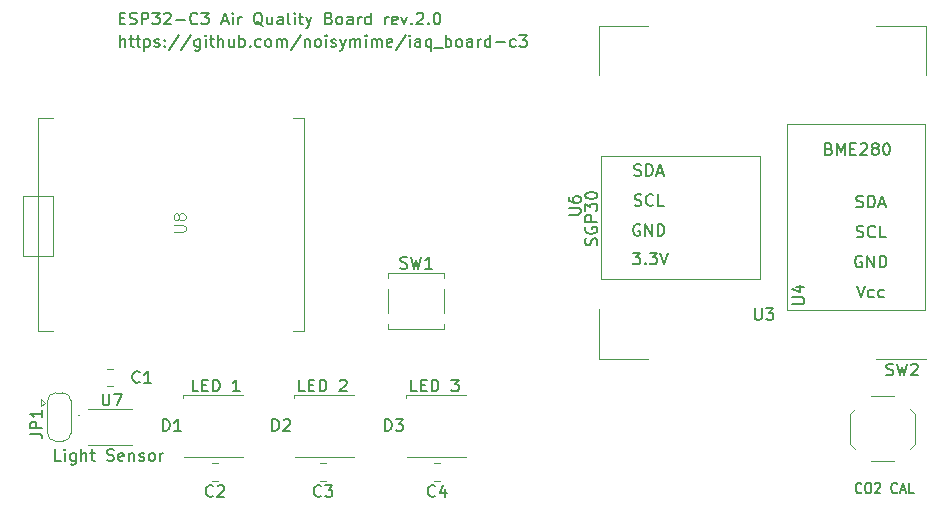
<source format=gbr>
%TF.GenerationSoftware,KiCad,Pcbnew,7.0.11*%
%TF.CreationDate,2024-10-30T13:42:53+11:00*%
%TF.ProjectId,iaq_device,6961715f-6465-4766-9963-652e6b696361,rev?*%
%TF.SameCoordinates,Original*%
%TF.FileFunction,Legend,Top*%
%TF.FilePolarity,Positive*%
%FSLAX46Y46*%
G04 Gerber Fmt 4.6, Leading zero omitted, Abs format (unit mm)*
G04 Created by KiCad (PCBNEW 7.0.11) date 2024-10-30 13:42:53*
%MOMM*%
%LPD*%
G01*
G04 APERTURE LIST*
%ADD10C,0.150000*%
%ADD11C,0.100000*%
%ADD12C,0.120000*%
%ADD13C,0.107000*%
G04 APERTURE END LIST*
D10*
X133547921Y-107336819D02*
X133071731Y-107336819D01*
X133071731Y-107336819D02*
X133071731Y-106336819D01*
X133881255Y-106813009D02*
X134214588Y-106813009D01*
X134357445Y-107336819D02*
X133881255Y-107336819D01*
X133881255Y-107336819D02*
X133881255Y-106336819D01*
X133881255Y-106336819D02*
X134357445Y-106336819D01*
X134786017Y-107336819D02*
X134786017Y-106336819D01*
X134786017Y-106336819D02*
X135024112Y-106336819D01*
X135024112Y-106336819D02*
X135166969Y-106384438D01*
X135166969Y-106384438D02*
X135262207Y-106479676D01*
X135262207Y-106479676D02*
X135309826Y-106574914D01*
X135309826Y-106574914D02*
X135357445Y-106765390D01*
X135357445Y-106765390D02*
X135357445Y-106908247D01*
X135357445Y-106908247D02*
X135309826Y-107098723D01*
X135309826Y-107098723D02*
X135262207Y-107193961D01*
X135262207Y-107193961D02*
X135166969Y-107289200D01*
X135166969Y-107289200D02*
X135024112Y-107336819D01*
X135024112Y-107336819D02*
X134786017Y-107336819D01*
X136452684Y-106336819D02*
X137071731Y-106336819D01*
X137071731Y-106336819D02*
X136738398Y-106717771D01*
X136738398Y-106717771D02*
X136881255Y-106717771D01*
X136881255Y-106717771D02*
X136976493Y-106765390D01*
X136976493Y-106765390D02*
X137024112Y-106813009D01*
X137024112Y-106813009D02*
X137071731Y-106908247D01*
X137071731Y-106908247D02*
X137071731Y-107146342D01*
X137071731Y-107146342D02*
X137024112Y-107241580D01*
X137024112Y-107241580D02*
X136976493Y-107289200D01*
X136976493Y-107289200D02*
X136881255Y-107336819D01*
X136881255Y-107336819D02*
X136595541Y-107336819D01*
X136595541Y-107336819D02*
X136500303Y-107289200D01*
X136500303Y-107289200D02*
X136452684Y-107241580D01*
X108372380Y-75750009D02*
X108705713Y-75750009D01*
X108848570Y-76273819D02*
X108372380Y-76273819D01*
X108372380Y-76273819D02*
X108372380Y-75273819D01*
X108372380Y-75273819D02*
X108848570Y-75273819D01*
X109229523Y-76226200D02*
X109372380Y-76273819D01*
X109372380Y-76273819D02*
X109610475Y-76273819D01*
X109610475Y-76273819D02*
X109705713Y-76226200D01*
X109705713Y-76226200D02*
X109753332Y-76178580D01*
X109753332Y-76178580D02*
X109800951Y-76083342D01*
X109800951Y-76083342D02*
X109800951Y-75988104D01*
X109800951Y-75988104D02*
X109753332Y-75892866D01*
X109753332Y-75892866D02*
X109705713Y-75845247D01*
X109705713Y-75845247D02*
X109610475Y-75797628D01*
X109610475Y-75797628D02*
X109419999Y-75750009D01*
X109419999Y-75750009D02*
X109324761Y-75702390D01*
X109324761Y-75702390D02*
X109277142Y-75654771D01*
X109277142Y-75654771D02*
X109229523Y-75559533D01*
X109229523Y-75559533D02*
X109229523Y-75464295D01*
X109229523Y-75464295D02*
X109277142Y-75369057D01*
X109277142Y-75369057D02*
X109324761Y-75321438D01*
X109324761Y-75321438D02*
X109419999Y-75273819D01*
X109419999Y-75273819D02*
X109658094Y-75273819D01*
X109658094Y-75273819D02*
X109800951Y-75321438D01*
X110229523Y-76273819D02*
X110229523Y-75273819D01*
X110229523Y-75273819D02*
X110610475Y-75273819D01*
X110610475Y-75273819D02*
X110705713Y-75321438D01*
X110705713Y-75321438D02*
X110753332Y-75369057D01*
X110753332Y-75369057D02*
X110800951Y-75464295D01*
X110800951Y-75464295D02*
X110800951Y-75607152D01*
X110800951Y-75607152D02*
X110753332Y-75702390D01*
X110753332Y-75702390D02*
X110705713Y-75750009D01*
X110705713Y-75750009D02*
X110610475Y-75797628D01*
X110610475Y-75797628D02*
X110229523Y-75797628D01*
X111134285Y-75273819D02*
X111753332Y-75273819D01*
X111753332Y-75273819D02*
X111419999Y-75654771D01*
X111419999Y-75654771D02*
X111562856Y-75654771D01*
X111562856Y-75654771D02*
X111658094Y-75702390D01*
X111658094Y-75702390D02*
X111705713Y-75750009D01*
X111705713Y-75750009D02*
X111753332Y-75845247D01*
X111753332Y-75845247D02*
X111753332Y-76083342D01*
X111753332Y-76083342D02*
X111705713Y-76178580D01*
X111705713Y-76178580D02*
X111658094Y-76226200D01*
X111658094Y-76226200D02*
X111562856Y-76273819D01*
X111562856Y-76273819D02*
X111277142Y-76273819D01*
X111277142Y-76273819D02*
X111181904Y-76226200D01*
X111181904Y-76226200D02*
X111134285Y-76178580D01*
X112134285Y-75369057D02*
X112181904Y-75321438D01*
X112181904Y-75321438D02*
X112277142Y-75273819D01*
X112277142Y-75273819D02*
X112515237Y-75273819D01*
X112515237Y-75273819D02*
X112610475Y-75321438D01*
X112610475Y-75321438D02*
X112658094Y-75369057D01*
X112658094Y-75369057D02*
X112705713Y-75464295D01*
X112705713Y-75464295D02*
X112705713Y-75559533D01*
X112705713Y-75559533D02*
X112658094Y-75702390D01*
X112658094Y-75702390D02*
X112086666Y-76273819D01*
X112086666Y-76273819D02*
X112705713Y-76273819D01*
X113134285Y-75892866D02*
X113896190Y-75892866D01*
X114943808Y-76178580D02*
X114896189Y-76226200D01*
X114896189Y-76226200D02*
X114753332Y-76273819D01*
X114753332Y-76273819D02*
X114658094Y-76273819D01*
X114658094Y-76273819D02*
X114515237Y-76226200D01*
X114515237Y-76226200D02*
X114419999Y-76130961D01*
X114419999Y-76130961D02*
X114372380Y-76035723D01*
X114372380Y-76035723D02*
X114324761Y-75845247D01*
X114324761Y-75845247D02*
X114324761Y-75702390D01*
X114324761Y-75702390D02*
X114372380Y-75511914D01*
X114372380Y-75511914D02*
X114419999Y-75416676D01*
X114419999Y-75416676D02*
X114515237Y-75321438D01*
X114515237Y-75321438D02*
X114658094Y-75273819D01*
X114658094Y-75273819D02*
X114753332Y-75273819D01*
X114753332Y-75273819D02*
X114896189Y-75321438D01*
X114896189Y-75321438D02*
X114943808Y-75369057D01*
X115277142Y-75273819D02*
X115896189Y-75273819D01*
X115896189Y-75273819D02*
X115562856Y-75654771D01*
X115562856Y-75654771D02*
X115705713Y-75654771D01*
X115705713Y-75654771D02*
X115800951Y-75702390D01*
X115800951Y-75702390D02*
X115848570Y-75750009D01*
X115848570Y-75750009D02*
X115896189Y-75845247D01*
X115896189Y-75845247D02*
X115896189Y-76083342D01*
X115896189Y-76083342D02*
X115848570Y-76178580D01*
X115848570Y-76178580D02*
X115800951Y-76226200D01*
X115800951Y-76226200D02*
X115705713Y-76273819D01*
X115705713Y-76273819D02*
X115419999Y-76273819D01*
X115419999Y-76273819D02*
X115324761Y-76226200D01*
X115324761Y-76226200D02*
X115277142Y-76178580D01*
X117039047Y-75988104D02*
X117515237Y-75988104D01*
X116943809Y-76273819D02*
X117277142Y-75273819D01*
X117277142Y-75273819D02*
X117610475Y-76273819D01*
X117943809Y-76273819D02*
X117943809Y-75607152D01*
X117943809Y-75273819D02*
X117896190Y-75321438D01*
X117896190Y-75321438D02*
X117943809Y-75369057D01*
X117943809Y-75369057D02*
X117991428Y-75321438D01*
X117991428Y-75321438D02*
X117943809Y-75273819D01*
X117943809Y-75273819D02*
X117943809Y-75369057D01*
X118419999Y-76273819D02*
X118419999Y-75607152D01*
X118419999Y-75797628D02*
X118467618Y-75702390D01*
X118467618Y-75702390D02*
X118515237Y-75654771D01*
X118515237Y-75654771D02*
X118610475Y-75607152D01*
X118610475Y-75607152D02*
X118705713Y-75607152D01*
X120467618Y-76369057D02*
X120372380Y-76321438D01*
X120372380Y-76321438D02*
X120277142Y-76226200D01*
X120277142Y-76226200D02*
X120134285Y-76083342D01*
X120134285Y-76083342D02*
X120039047Y-76035723D01*
X120039047Y-76035723D02*
X119943809Y-76035723D01*
X119991428Y-76273819D02*
X119896190Y-76226200D01*
X119896190Y-76226200D02*
X119800952Y-76130961D01*
X119800952Y-76130961D02*
X119753333Y-75940485D01*
X119753333Y-75940485D02*
X119753333Y-75607152D01*
X119753333Y-75607152D02*
X119800952Y-75416676D01*
X119800952Y-75416676D02*
X119896190Y-75321438D01*
X119896190Y-75321438D02*
X119991428Y-75273819D01*
X119991428Y-75273819D02*
X120181904Y-75273819D01*
X120181904Y-75273819D02*
X120277142Y-75321438D01*
X120277142Y-75321438D02*
X120372380Y-75416676D01*
X120372380Y-75416676D02*
X120419999Y-75607152D01*
X120419999Y-75607152D02*
X120419999Y-75940485D01*
X120419999Y-75940485D02*
X120372380Y-76130961D01*
X120372380Y-76130961D02*
X120277142Y-76226200D01*
X120277142Y-76226200D02*
X120181904Y-76273819D01*
X120181904Y-76273819D02*
X119991428Y-76273819D01*
X121277142Y-75607152D02*
X121277142Y-76273819D01*
X120848571Y-75607152D02*
X120848571Y-76130961D01*
X120848571Y-76130961D02*
X120896190Y-76226200D01*
X120896190Y-76226200D02*
X120991428Y-76273819D01*
X120991428Y-76273819D02*
X121134285Y-76273819D01*
X121134285Y-76273819D02*
X121229523Y-76226200D01*
X121229523Y-76226200D02*
X121277142Y-76178580D01*
X122181904Y-76273819D02*
X122181904Y-75750009D01*
X122181904Y-75750009D02*
X122134285Y-75654771D01*
X122134285Y-75654771D02*
X122039047Y-75607152D01*
X122039047Y-75607152D02*
X121848571Y-75607152D01*
X121848571Y-75607152D02*
X121753333Y-75654771D01*
X122181904Y-76226200D02*
X122086666Y-76273819D01*
X122086666Y-76273819D02*
X121848571Y-76273819D01*
X121848571Y-76273819D02*
X121753333Y-76226200D01*
X121753333Y-76226200D02*
X121705714Y-76130961D01*
X121705714Y-76130961D02*
X121705714Y-76035723D01*
X121705714Y-76035723D02*
X121753333Y-75940485D01*
X121753333Y-75940485D02*
X121848571Y-75892866D01*
X121848571Y-75892866D02*
X122086666Y-75892866D01*
X122086666Y-75892866D02*
X122181904Y-75845247D01*
X122800952Y-76273819D02*
X122705714Y-76226200D01*
X122705714Y-76226200D02*
X122658095Y-76130961D01*
X122658095Y-76130961D02*
X122658095Y-75273819D01*
X123181905Y-76273819D02*
X123181905Y-75607152D01*
X123181905Y-75273819D02*
X123134286Y-75321438D01*
X123134286Y-75321438D02*
X123181905Y-75369057D01*
X123181905Y-75369057D02*
X123229524Y-75321438D01*
X123229524Y-75321438D02*
X123181905Y-75273819D01*
X123181905Y-75273819D02*
X123181905Y-75369057D01*
X123515238Y-75607152D02*
X123896190Y-75607152D01*
X123658095Y-75273819D02*
X123658095Y-76130961D01*
X123658095Y-76130961D02*
X123705714Y-76226200D01*
X123705714Y-76226200D02*
X123800952Y-76273819D01*
X123800952Y-76273819D02*
X123896190Y-76273819D01*
X124134286Y-75607152D02*
X124372381Y-76273819D01*
X124610476Y-75607152D02*
X124372381Y-76273819D01*
X124372381Y-76273819D02*
X124277143Y-76511914D01*
X124277143Y-76511914D02*
X124229524Y-76559533D01*
X124229524Y-76559533D02*
X124134286Y-76607152D01*
X126086667Y-75750009D02*
X126229524Y-75797628D01*
X126229524Y-75797628D02*
X126277143Y-75845247D01*
X126277143Y-75845247D02*
X126324762Y-75940485D01*
X126324762Y-75940485D02*
X126324762Y-76083342D01*
X126324762Y-76083342D02*
X126277143Y-76178580D01*
X126277143Y-76178580D02*
X126229524Y-76226200D01*
X126229524Y-76226200D02*
X126134286Y-76273819D01*
X126134286Y-76273819D02*
X125753334Y-76273819D01*
X125753334Y-76273819D02*
X125753334Y-75273819D01*
X125753334Y-75273819D02*
X126086667Y-75273819D01*
X126086667Y-75273819D02*
X126181905Y-75321438D01*
X126181905Y-75321438D02*
X126229524Y-75369057D01*
X126229524Y-75369057D02*
X126277143Y-75464295D01*
X126277143Y-75464295D02*
X126277143Y-75559533D01*
X126277143Y-75559533D02*
X126229524Y-75654771D01*
X126229524Y-75654771D02*
X126181905Y-75702390D01*
X126181905Y-75702390D02*
X126086667Y-75750009D01*
X126086667Y-75750009D02*
X125753334Y-75750009D01*
X126896191Y-76273819D02*
X126800953Y-76226200D01*
X126800953Y-76226200D02*
X126753334Y-76178580D01*
X126753334Y-76178580D02*
X126705715Y-76083342D01*
X126705715Y-76083342D02*
X126705715Y-75797628D01*
X126705715Y-75797628D02*
X126753334Y-75702390D01*
X126753334Y-75702390D02*
X126800953Y-75654771D01*
X126800953Y-75654771D02*
X126896191Y-75607152D01*
X126896191Y-75607152D02*
X127039048Y-75607152D01*
X127039048Y-75607152D02*
X127134286Y-75654771D01*
X127134286Y-75654771D02*
X127181905Y-75702390D01*
X127181905Y-75702390D02*
X127229524Y-75797628D01*
X127229524Y-75797628D02*
X127229524Y-76083342D01*
X127229524Y-76083342D02*
X127181905Y-76178580D01*
X127181905Y-76178580D02*
X127134286Y-76226200D01*
X127134286Y-76226200D02*
X127039048Y-76273819D01*
X127039048Y-76273819D02*
X126896191Y-76273819D01*
X128086667Y-76273819D02*
X128086667Y-75750009D01*
X128086667Y-75750009D02*
X128039048Y-75654771D01*
X128039048Y-75654771D02*
X127943810Y-75607152D01*
X127943810Y-75607152D02*
X127753334Y-75607152D01*
X127753334Y-75607152D02*
X127658096Y-75654771D01*
X128086667Y-76226200D02*
X127991429Y-76273819D01*
X127991429Y-76273819D02*
X127753334Y-76273819D01*
X127753334Y-76273819D02*
X127658096Y-76226200D01*
X127658096Y-76226200D02*
X127610477Y-76130961D01*
X127610477Y-76130961D02*
X127610477Y-76035723D01*
X127610477Y-76035723D02*
X127658096Y-75940485D01*
X127658096Y-75940485D02*
X127753334Y-75892866D01*
X127753334Y-75892866D02*
X127991429Y-75892866D01*
X127991429Y-75892866D02*
X128086667Y-75845247D01*
X128562858Y-76273819D02*
X128562858Y-75607152D01*
X128562858Y-75797628D02*
X128610477Y-75702390D01*
X128610477Y-75702390D02*
X128658096Y-75654771D01*
X128658096Y-75654771D02*
X128753334Y-75607152D01*
X128753334Y-75607152D02*
X128848572Y-75607152D01*
X129610477Y-76273819D02*
X129610477Y-75273819D01*
X129610477Y-76226200D02*
X129515239Y-76273819D01*
X129515239Y-76273819D02*
X129324763Y-76273819D01*
X129324763Y-76273819D02*
X129229525Y-76226200D01*
X129229525Y-76226200D02*
X129181906Y-76178580D01*
X129181906Y-76178580D02*
X129134287Y-76083342D01*
X129134287Y-76083342D02*
X129134287Y-75797628D01*
X129134287Y-75797628D02*
X129181906Y-75702390D01*
X129181906Y-75702390D02*
X129229525Y-75654771D01*
X129229525Y-75654771D02*
X129324763Y-75607152D01*
X129324763Y-75607152D02*
X129515239Y-75607152D01*
X129515239Y-75607152D02*
X129610477Y-75654771D01*
X130848573Y-76273819D02*
X130848573Y-75607152D01*
X130848573Y-75797628D02*
X130896192Y-75702390D01*
X130896192Y-75702390D02*
X130943811Y-75654771D01*
X130943811Y-75654771D02*
X131039049Y-75607152D01*
X131039049Y-75607152D02*
X131134287Y-75607152D01*
X131848573Y-76226200D02*
X131753335Y-76273819D01*
X131753335Y-76273819D02*
X131562859Y-76273819D01*
X131562859Y-76273819D02*
X131467621Y-76226200D01*
X131467621Y-76226200D02*
X131420002Y-76130961D01*
X131420002Y-76130961D02*
X131420002Y-75750009D01*
X131420002Y-75750009D02*
X131467621Y-75654771D01*
X131467621Y-75654771D02*
X131562859Y-75607152D01*
X131562859Y-75607152D02*
X131753335Y-75607152D01*
X131753335Y-75607152D02*
X131848573Y-75654771D01*
X131848573Y-75654771D02*
X131896192Y-75750009D01*
X131896192Y-75750009D02*
X131896192Y-75845247D01*
X131896192Y-75845247D02*
X131420002Y-75940485D01*
X132229526Y-75607152D02*
X132467621Y-76273819D01*
X132467621Y-76273819D02*
X132705716Y-75607152D01*
X133086669Y-76178580D02*
X133134288Y-76226200D01*
X133134288Y-76226200D02*
X133086669Y-76273819D01*
X133086669Y-76273819D02*
X133039050Y-76226200D01*
X133039050Y-76226200D02*
X133086669Y-76178580D01*
X133086669Y-76178580D02*
X133086669Y-76273819D01*
X133515240Y-75369057D02*
X133562859Y-75321438D01*
X133562859Y-75321438D02*
X133658097Y-75273819D01*
X133658097Y-75273819D02*
X133896192Y-75273819D01*
X133896192Y-75273819D02*
X133991430Y-75321438D01*
X133991430Y-75321438D02*
X134039049Y-75369057D01*
X134039049Y-75369057D02*
X134086668Y-75464295D01*
X134086668Y-75464295D02*
X134086668Y-75559533D01*
X134086668Y-75559533D02*
X134039049Y-75702390D01*
X134039049Y-75702390D02*
X133467621Y-76273819D01*
X133467621Y-76273819D02*
X134086668Y-76273819D01*
X134515240Y-76178580D02*
X134562859Y-76226200D01*
X134562859Y-76226200D02*
X134515240Y-76273819D01*
X134515240Y-76273819D02*
X134467621Y-76226200D01*
X134467621Y-76226200D02*
X134515240Y-76178580D01*
X134515240Y-76178580D02*
X134515240Y-76273819D01*
X135181906Y-75273819D02*
X135277144Y-75273819D01*
X135277144Y-75273819D02*
X135372382Y-75321438D01*
X135372382Y-75321438D02*
X135420001Y-75369057D01*
X135420001Y-75369057D02*
X135467620Y-75464295D01*
X135467620Y-75464295D02*
X135515239Y-75654771D01*
X135515239Y-75654771D02*
X135515239Y-75892866D01*
X135515239Y-75892866D02*
X135467620Y-76083342D01*
X135467620Y-76083342D02*
X135420001Y-76178580D01*
X135420001Y-76178580D02*
X135372382Y-76226200D01*
X135372382Y-76226200D02*
X135277144Y-76273819D01*
X135277144Y-76273819D02*
X135181906Y-76273819D01*
X135181906Y-76273819D02*
X135086668Y-76226200D01*
X135086668Y-76226200D02*
X135039049Y-76178580D01*
X135039049Y-76178580D02*
X134991430Y-76083342D01*
X134991430Y-76083342D02*
X134943811Y-75892866D01*
X134943811Y-75892866D02*
X134943811Y-75654771D01*
X134943811Y-75654771D02*
X134991430Y-75464295D01*
X134991430Y-75464295D02*
X135039049Y-75369057D01*
X135039049Y-75369057D02*
X135086668Y-75321438D01*
X135086668Y-75321438D02*
X135181906Y-75273819D01*
X171177191Y-115892842D02*
X171139095Y-115935700D01*
X171139095Y-115935700D02*
X171024810Y-115978557D01*
X171024810Y-115978557D02*
X170948619Y-115978557D01*
X170948619Y-115978557D02*
X170834333Y-115935700D01*
X170834333Y-115935700D02*
X170758143Y-115849985D01*
X170758143Y-115849985D02*
X170720048Y-115764271D01*
X170720048Y-115764271D02*
X170681952Y-115592842D01*
X170681952Y-115592842D02*
X170681952Y-115464271D01*
X170681952Y-115464271D02*
X170720048Y-115292842D01*
X170720048Y-115292842D02*
X170758143Y-115207128D01*
X170758143Y-115207128D02*
X170834333Y-115121414D01*
X170834333Y-115121414D02*
X170948619Y-115078557D01*
X170948619Y-115078557D02*
X171024810Y-115078557D01*
X171024810Y-115078557D02*
X171139095Y-115121414D01*
X171139095Y-115121414D02*
X171177191Y-115164271D01*
X171672429Y-115078557D02*
X171824810Y-115078557D01*
X171824810Y-115078557D02*
X171901000Y-115121414D01*
X171901000Y-115121414D02*
X171977191Y-115207128D01*
X171977191Y-115207128D02*
X172015286Y-115378557D01*
X172015286Y-115378557D02*
X172015286Y-115678557D01*
X172015286Y-115678557D02*
X171977191Y-115849985D01*
X171977191Y-115849985D02*
X171901000Y-115935700D01*
X171901000Y-115935700D02*
X171824810Y-115978557D01*
X171824810Y-115978557D02*
X171672429Y-115978557D01*
X171672429Y-115978557D02*
X171596238Y-115935700D01*
X171596238Y-115935700D02*
X171520048Y-115849985D01*
X171520048Y-115849985D02*
X171481952Y-115678557D01*
X171481952Y-115678557D02*
X171481952Y-115378557D01*
X171481952Y-115378557D02*
X171520048Y-115207128D01*
X171520048Y-115207128D02*
X171596238Y-115121414D01*
X171596238Y-115121414D02*
X171672429Y-115078557D01*
X172320047Y-115164271D02*
X172358143Y-115121414D01*
X172358143Y-115121414D02*
X172434333Y-115078557D01*
X172434333Y-115078557D02*
X172624809Y-115078557D01*
X172624809Y-115078557D02*
X172701000Y-115121414D01*
X172701000Y-115121414D02*
X172739095Y-115164271D01*
X172739095Y-115164271D02*
X172777190Y-115249985D01*
X172777190Y-115249985D02*
X172777190Y-115335700D01*
X172777190Y-115335700D02*
X172739095Y-115464271D01*
X172739095Y-115464271D02*
X172281952Y-115978557D01*
X172281952Y-115978557D02*
X172777190Y-115978557D01*
X174186715Y-115892842D02*
X174148619Y-115935700D01*
X174148619Y-115935700D02*
X174034334Y-115978557D01*
X174034334Y-115978557D02*
X173958143Y-115978557D01*
X173958143Y-115978557D02*
X173843857Y-115935700D01*
X173843857Y-115935700D02*
X173767667Y-115849985D01*
X173767667Y-115849985D02*
X173729572Y-115764271D01*
X173729572Y-115764271D02*
X173691476Y-115592842D01*
X173691476Y-115592842D02*
X173691476Y-115464271D01*
X173691476Y-115464271D02*
X173729572Y-115292842D01*
X173729572Y-115292842D02*
X173767667Y-115207128D01*
X173767667Y-115207128D02*
X173843857Y-115121414D01*
X173843857Y-115121414D02*
X173958143Y-115078557D01*
X173958143Y-115078557D02*
X174034334Y-115078557D01*
X174034334Y-115078557D02*
X174148619Y-115121414D01*
X174148619Y-115121414D02*
X174186715Y-115164271D01*
X174491476Y-115721414D02*
X174872429Y-115721414D01*
X174415286Y-115978557D02*
X174681953Y-115078557D01*
X174681953Y-115078557D02*
X174948619Y-115978557D01*
X175596238Y-115978557D02*
X175215286Y-115978557D01*
X175215286Y-115978557D02*
X175215286Y-115078557D01*
X124054499Y-107336819D02*
X123578309Y-107336819D01*
X123578309Y-107336819D02*
X123578309Y-106336819D01*
X124387833Y-106813009D02*
X124721166Y-106813009D01*
X124864023Y-107336819D02*
X124387833Y-107336819D01*
X124387833Y-107336819D02*
X124387833Y-106336819D01*
X124387833Y-106336819D02*
X124864023Y-106336819D01*
X125292595Y-107336819D02*
X125292595Y-106336819D01*
X125292595Y-106336819D02*
X125530690Y-106336819D01*
X125530690Y-106336819D02*
X125673547Y-106384438D01*
X125673547Y-106384438D02*
X125768785Y-106479676D01*
X125768785Y-106479676D02*
X125816404Y-106574914D01*
X125816404Y-106574914D02*
X125864023Y-106765390D01*
X125864023Y-106765390D02*
X125864023Y-106908247D01*
X125864023Y-106908247D02*
X125816404Y-107098723D01*
X125816404Y-107098723D02*
X125768785Y-107193961D01*
X125768785Y-107193961D02*
X125673547Y-107289200D01*
X125673547Y-107289200D02*
X125530690Y-107336819D01*
X125530690Y-107336819D02*
X125292595Y-107336819D01*
X127006881Y-106432057D02*
X127054500Y-106384438D01*
X127054500Y-106384438D02*
X127149738Y-106336819D01*
X127149738Y-106336819D02*
X127387833Y-106336819D01*
X127387833Y-106336819D02*
X127483071Y-106384438D01*
X127483071Y-106384438D02*
X127530690Y-106432057D01*
X127530690Y-106432057D02*
X127578309Y-106527295D01*
X127578309Y-106527295D02*
X127578309Y-106622533D01*
X127578309Y-106622533D02*
X127530690Y-106765390D01*
X127530690Y-106765390D02*
X126959262Y-107336819D01*
X126959262Y-107336819D02*
X127578309Y-107336819D01*
X108412524Y-78178819D02*
X108412524Y-77178819D01*
X108841095Y-78178819D02*
X108841095Y-77655009D01*
X108841095Y-77655009D02*
X108793476Y-77559771D01*
X108793476Y-77559771D02*
X108698238Y-77512152D01*
X108698238Y-77512152D02*
X108555381Y-77512152D01*
X108555381Y-77512152D02*
X108460143Y-77559771D01*
X108460143Y-77559771D02*
X108412524Y-77607390D01*
X109174429Y-77512152D02*
X109555381Y-77512152D01*
X109317286Y-77178819D02*
X109317286Y-78035961D01*
X109317286Y-78035961D02*
X109364905Y-78131200D01*
X109364905Y-78131200D02*
X109460143Y-78178819D01*
X109460143Y-78178819D02*
X109555381Y-78178819D01*
X109745858Y-77512152D02*
X110126810Y-77512152D01*
X109888715Y-77178819D02*
X109888715Y-78035961D01*
X109888715Y-78035961D02*
X109936334Y-78131200D01*
X109936334Y-78131200D02*
X110031572Y-78178819D01*
X110031572Y-78178819D02*
X110126810Y-78178819D01*
X110460144Y-77512152D02*
X110460144Y-78512152D01*
X110460144Y-77559771D02*
X110555382Y-77512152D01*
X110555382Y-77512152D02*
X110745858Y-77512152D01*
X110745858Y-77512152D02*
X110841096Y-77559771D01*
X110841096Y-77559771D02*
X110888715Y-77607390D01*
X110888715Y-77607390D02*
X110936334Y-77702628D01*
X110936334Y-77702628D02*
X110936334Y-77988342D01*
X110936334Y-77988342D02*
X110888715Y-78083580D01*
X110888715Y-78083580D02*
X110841096Y-78131200D01*
X110841096Y-78131200D02*
X110745858Y-78178819D01*
X110745858Y-78178819D02*
X110555382Y-78178819D01*
X110555382Y-78178819D02*
X110460144Y-78131200D01*
X111317287Y-78131200D02*
X111412525Y-78178819D01*
X111412525Y-78178819D02*
X111603001Y-78178819D01*
X111603001Y-78178819D02*
X111698239Y-78131200D01*
X111698239Y-78131200D02*
X111745858Y-78035961D01*
X111745858Y-78035961D02*
X111745858Y-77988342D01*
X111745858Y-77988342D02*
X111698239Y-77893104D01*
X111698239Y-77893104D02*
X111603001Y-77845485D01*
X111603001Y-77845485D02*
X111460144Y-77845485D01*
X111460144Y-77845485D02*
X111364906Y-77797866D01*
X111364906Y-77797866D02*
X111317287Y-77702628D01*
X111317287Y-77702628D02*
X111317287Y-77655009D01*
X111317287Y-77655009D02*
X111364906Y-77559771D01*
X111364906Y-77559771D02*
X111460144Y-77512152D01*
X111460144Y-77512152D02*
X111603001Y-77512152D01*
X111603001Y-77512152D02*
X111698239Y-77559771D01*
X112174430Y-78083580D02*
X112222049Y-78131200D01*
X112222049Y-78131200D02*
X112174430Y-78178819D01*
X112174430Y-78178819D02*
X112126811Y-78131200D01*
X112126811Y-78131200D02*
X112174430Y-78083580D01*
X112174430Y-78083580D02*
X112174430Y-78178819D01*
X112174430Y-77559771D02*
X112222049Y-77607390D01*
X112222049Y-77607390D02*
X112174430Y-77655009D01*
X112174430Y-77655009D02*
X112126811Y-77607390D01*
X112126811Y-77607390D02*
X112174430Y-77559771D01*
X112174430Y-77559771D02*
X112174430Y-77655009D01*
X113364905Y-77131200D02*
X112507763Y-78416914D01*
X114412524Y-77131200D02*
X113555382Y-78416914D01*
X115174429Y-77512152D02*
X115174429Y-78321676D01*
X115174429Y-78321676D02*
X115126810Y-78416914D01*
X115126810Y-78416914D02*
X115079191Y-78464533D01*
X115079191Y-78464533D02*
X114983953Y-78512152D01*
X114983953Y-78512152D02*
X114841096Y-78512152D01*
X114841096Y-78512152D02*
X114745858Y-78464533D01*
X115174429Y-78131200D02*
X115079191Y-78178819D01*
X115079191Y-78178819D02*
X114888715Y-78178819D01*
X114888715Y-78178819D02*
X114793477Y-78131200D01*
X114793477Y-78131200D02*
X114745858Y-78083580D01*
X114745858Y-78083580D02*
X114698239Y-77988342D01*
X114698239Y-77988342D02*
X114698239Y-77702628D01*
X114698239Y-77702628D02*
X114745858Y-77607390D01*
X114745858Y-77607390D02*
X114793477Y-77559771D01*
X114793477Y-77559771D02*
X114888715Y-77512152D01*
X114888715Y-77512152D02*
X115079191Y-77512152D01*
X115079191Y-77512152D02*
X115174429Y-77559771D01*
X115650620Y-78178819D02*
X115650620Y-77512152D01*
X115650620Y-77178819D02*
X115603001Y-77226438D01*
X115603001Y-77226438D02*
X115650620Y-77274057D01*
X115650620Y-77274057D02*
X115698239Y-77226438D01*
X115698239Y-77226438D02*
X115650620Y-77178819D01*
X115650620Y-77178819D02*
X115650620Y-77274057D01*
X115983953Y-77512152D02*
X116364905Y-77512152D01*
X116126810Y-77178819D02*
X116126810Y-78035961D01*
X116126810Y-78035961D02*
X116174429Y-78131200D01*
X116174429Y-78131200D02*
X116269667Y-78178819D01*
X116269667Y-78178819D02*
X116364905Y-78178819D01*
X116698239Y-78178819D02*
X116698239Y-77178819D01*
X117126810Y-78178819D02*
X117126810Y-77655009D01*
X117126810Y-77655009D02*
X117079191Y-77559771D01*
X117079191Y-77559771D02*
X116983953Y-77512152D01*
X116983953Y-77512152D02*
X116841096Y-77512152D01*
X116841096Y-77512152D02*
X116745858Y-77559771D01*
X116745858Y-77559771D02*
X116698239Y-77607390D01*
X118031572Y-77512152D02*
X118031572Y-78178819D01*
X117603001Y-77512152D02*
X117603001Y-78035961D01*
X117603001Y-78035961D02*
X117650620Y-78131200D01*
X117650620Y-78131200D02*
X117745858Y-78178819D01*
X117745858Y-78178819D02*
X117888715Y-78178819D01*
X117888715Y-78178819D02*
X117983953Y-78131200D01*
X117983953Y-78131200D02*
X118031572Y-78083580D01*
X118507763Y-78178819D02*
X118507763Y-77178819D01*
X118507763Y-77559771D02*
X118603001Y-77512152D01*
X118603001Y-77512152D02*
X118793477Y-77512152D01*
X118793477Y-77512152D02*
X118888715Y-77559771D01*
X118888715Y-77559771D02*
X118936334Y-77607390D01*
X118936334Y-77607390D02*
X118983953Y-77702628D01*
X118983953Y-77702628D02*
X118983953Y-77988342D01*
X118983953Y-77988342D02*
X118936334Y-78083580D01*
X118936334Y-78083580D02*
X118888715Y-78131200D01*
X118888715Y-78131200D02*
X118793477Y-78178819D01*
X118793477Y-78178819D02*
X118603001Y-78178819D01*
X118603001Y-78178819D02*
X118507763Y-78131200D01*
X119412525Y-78083580D02*
X119460144Y-78131200D01*
X119460144Y-78131200D02*
X119412525Y-78178819D01*
X119412525Y-78178819D02*
X119364906Y-78131200D01*
X119364906Y-78131200D02*
X119412525Y-78083580D01*
X119412525Y-78083580D02*
X119412525Y-78178819D01*
X120317286Y-78131200D02*
X120222048Y-78178819D01*
X120222048Y-78178819D02*
X120031572Y-78178819D01*
X120031572Y-78178819D02*
X119936334Y-78131200D01*
X119936334Y-78131200D02*
X119888715Y-78083580D01*
X119888715Y-78083580D02*
X119841096Y-77988342D01*
X119841096Y-77988342D02*
X119841096Y-77702628D01*
X119841096Y-77702628D02*
X119888715Y-77607390D01*
X119888715Y-77607390D02*
X119936334Y-77559771D01*
X119936334Y-77559771D02*
X120031572Y-77512152D01*
X120031572Y-77512152D02*
X120222048Y-77512152D01*
X120222048Y-77512152D02*
X120317286Y-77559771D01*
X120888715Y-78178819D02*
X120793477Y-78131200D01*
X120793477Y-78131200D02*
X120745858Y-78083580D01*
X120745858Y-78083580D02*
X120698239Y-77988342D01*
X120698239Y-77988342D02*
X120698239Y-77702628D01*
X120698239Y-77702628D02*
X120745858Y-77607390D01*
X120745858Y-77607390D02*
X120793477Y-77559771D01*
X120793477Y-77559771D02*
X120888715Y-77512152D01*
X120888715Y-77512152D02*
X121031572Y-77512152D01*
X121031572Y-77512152D02*
X121126810Y-77559771D01*
X121126810Y-77559771D02*
X121174429Y-77607390D01*
X121174429Y-77607390D02*
X121222048Y-77702628D01*
X121222048Y-77702628D02*
X121222048Y-77988342D01*
X121222048Y-77988342D02*
X121174429Y-78083580D01*
X121174429Y-78083580D02*
X121126810Y-78131200D01*
X121126810Y-78131200D02*
X121031572Y-78178819D01*
X121031572Y-78178819D02*
X120888715Y-78178819D01*
X121650620Y-78178819D02*
X121650620Y-77512152D01*
X121650620Y-77607390D02*
X121698239Y-77559771D01*
X121698239Y-77559771D02*
X121793477Y-77512152D01*
X121793477Y-77512152D02*
X121936334Y-77512152D01*
X121936334Y-77512152D02*
X122031572Y-77559771D01*
X122031572Y-77559771D02*
X122079191Y-77655009D01*
X122079191Y-77655009D02*
X122079191Y-78178819D01*
X122079191Y-77655009D02*
X122126810Y-77559771D01*
X122126810Y-77559771D02*
X122222048Y-77512152D01*
X122222048Y-77512152D02*
X122364905Y-77512152D01*
X122364905Y-77512152D02*
X122460144Y-77559771D01*
X122460144Y-77559771D02*
X122507763Y-77655009D01*
X122507763Y-77655009D02*
X122507763Y-78178819D01*
X123698238Y-77131200D02*
X122841096Y-78416914D01*
X124031572Y-77512152D02*
X124031572Y-78178819D01*
X124031572Y-77607390D02*
X124079191Y-77559771D01*
X124079191Y-77559771D02*
X124174429Y-77512152D01*
X124174429Y-77512152D02*
X124317286Y-77512152D01*
X124317286Y-77512152D02*
X124412524Y-77559771D01*
X124412524Y-77559771D02*
X124460143Y-77655009D01*
X124460143Y-77655009D02*
X124460143Y-78178819D01*
X125079191Y-78178819D02*
X124983953Y-78131200D01*
X124983953Y-78131200D02*
X124936334Y-78083580D01*
X124936334Y-78083580D02*
X124888715Y-77988342D01*
X124888715Y-77988342D02*
X124888715Y-77702628D01*
X124888715Y-77702628D02*
X124936334Y-77607390D01*
X124936334Y-77607390D02*
X124983953Y-77559771D01*
X124983953Y-77559771D02*
X125079191Y-77512152D01*
X125079191Y-77512152D02*
X125222048Y-77512152D01*
X125222048Y-77512152D02*
X125317286Y-77559771D01*
X125317286Y-77559771D02*
X125364905Y-77607390D01*
X125364905Y-77607390D02*
X125412524Y-77702628D01*
X125412524Y-77702628D02*
X125412524Y-77988342D01*
X125412524Y-77988342D02*
X125364905Y-78083580D01*
X125364905Y-78083580D02*
X125317286Y-78131200D01*
X125317286Y-78131200D02*
X125222048Y-78178819D01*
X125222048Y-78178819D02*
X125079191Y-78178819D01*
X125841096Y-78178819D02*
X125841096Y-77512152D01*
X125841096Y-77178819D02*
X125793477Y-77226438D01*
X125793477Y-77226438D02*
X125841096Y-77274057D01*
X125841096Y-77274057D02*
X125888715Y-77226438D01*
X125888715Y-77226438D02*
X125841096Y-77178819D01*
X125841096Y-77178819D02*
X125841096Y-77274057D01*
X126269667Y-78131200D02*
X126364905Y-78178819D01*
X126364905Y-78178819D02*
X126555381Y-78178819D01*
X126555381Y-78178819D02*
X126650619Y-78131200D01*
X126650619Y-78131200D02*
X126698238Y-78035961D01*
X126698238Y-78035961D02*
X126698238Y-77988342D01*
X126698238Y-77988342D02*
X126650619Y-77893104D01*
X126650619Y-77893104D02*
X126555381Y-77845485D01*
X126555381Y-77845485D02*
X126412524Y-77845485D01*
X126412524Y-77845485D02*
X126317286Y-77797866D01*
X126317286Y-77797866D02*
X126269667Y-77702628D01*
X126269667Y-77702628D02*
X126269667Y-77655009D01*
X126269667Y-77655009D02*
X126317286Y-77559771D01*
X126317286Y-77559771D02*
X126412524Y-77512152D01*
X126412524Y-77512152D02*
X126555381Y-77512152D01*
X126555381Y-77512152D02*
X126650619Y-77559771D01*
X127031572Y-77512152D02*
X127269667Y-78178819D01*
X127507762Y-77512152D02*
X127269667Y-78178819D01*
X127269667Y-78178819D02*
X127174429Y-78416914D01*
X127174429Y-78416914D02*
X127126810Y-78464533D01*
X127126810Y-78464533D02*
X127031572Y-78512152D01*
X127888715Y-78178819D02*
X127888715Y-77512152D01*
X127888715Y-77607390D02*
X127936334Y-77559771D01*
X127936334Y-77559771D02*
X128031572Y-77512152D01*
X128031572Y-77512152D02*
X128174429Y-77512152D01*
X128174429Y-77512152D02*
X128269667Y-77559771D01*
X128269667Y-77559771D02*
X128317286Y-77655009D01*
X128317286Y-77655009D02*
X128317286Y-78178819D01*
X128317286Y-77655009D02*
X128364905Y-77559771D01*
X128364905Y-77559771D02*
X128460143Y-77512152D01*
X128460143Y-77512152D02*
X128603000Y-77512152D01*
X128603000Y-77512152D02*
X128698239Y-77559771D01*
X128698239Y-77559771D02*
X128745858Y-77655009D01*
X128745858Y-77655009D02*
X128745858Y-78178819D01*
X129222048Y-78178819D02*
X129222048Y-77512152D01*
X129222048Y-77178819D02*
X129174429Y-77226438D01*
X129174429Y-77226438D02*
X129222048Y-77274057D01*
X129222048Y-77274057D02*
X129269667Y-77226438D01*
X129269667Y-77226438D02*
X129222048Y-77178819D01*
X129222048Y-77178819D02*
X129222048Y-77274057D01*
X129698238Y-78178819D02*
X129698238Y-77512152D01*
X129698238Y-77607390D02*
X129745857Y-77559771D01*
X129745857Y-77559771D02*
X129841095Y-77512152D01*
X129841095Y-77512152D02*
X129983952Y-77512152D01*
X129983952Y-77512152D02*
X130079190Y-77559771D01*
X130079190Y-77559771D02*
X130126809Y-77655009D01*
X130126809Y-77655009D02*
X130126809Y-78178819D01*
X130126809Y-77655009D02*
X130174428Y-77559771D01*
X130174428Y-77559771D02*
X130269666Y-77512152D01*
X130269666Y-77512152D02*
X130412523Y-77512152D01*
X130412523Y-77512152D02*
X130507762Y-77559771D01*
X130507762Y-77559771D02*
X130555381Y-77655009D01*
X130555381Y-77655009D02*
X130555381Y-78178819D01*
X131412523Y-78131200D02*
X131317285Y-78178819D01*
X131317285Y-78178819D02*
X131126809Y-78178819D01*
X131126809Y-78178819D02*
X131031571Y-78131200D01*
X131031571Y-78131200D02*
X130983952Y-78035961D01*
X130983952Y-78035961D02*
X130983952Y-77655009D01*
X130983952Y-77655009D02*
X131031571Y-77559771D01*
X131031571Y-77559771D02*
X131126809Y-77512152D01*
X131126809Y-77512152D02*
X131317285Y-77512152D01*
X131317285Y-77512152D02*
X131412523Y-77559771D01*
X131412523Y-77559771D02*
X131460142Y-77655009D01*
X131460142Y-77655009D02*
X131460142Y-77750247D01*
X131460142Y-77750247D02*
X130983952Y-77845485D01*
X132602999Y-77131200D02*
X131745857Y-78416914D01*
X132936333Y-78178819D02*
X132936333Y-77512152D01*
X132936333Y-77178819D02*
X132888714Y-77226438D01*
X132888714Y-77226438D02*
X132936333Y-77274057D01*
X132936333Y-77274057D02*
X132983952Y-77226438D01*
X132983952Y-77226438D02*
X132936333Y-77178819D01*
X132936333Y-77178819D02*
X132936333Y-77274057D01*
X133841094Y-78178819D02*
X133841094Y-77655009D01*
X133841094Y-77655009D02*
X133793475Y-77559771D01*
X133793475Y-77559771D02*
X133698237Y-77512152D01*
X133698237Y-77512152D02*
X133507761Y-77512152D01*
X133507761Y-77512152D02*
X133412523Y-77559771D01*
X133841094Y-78131200D02*
X133745856Y-78178819D01*
X133745856Y-78178819D02*
X133507761Y-78178819D01*
X133507761Y-78178819D02*
X133412523Y-78131200D01*
X133412523Y-78131200D02*
X133364904Y-78035961D01*
X133364904Y-78035961D02*
X133364904Y-77940723D01*
X133364904Y-77940723D02*
X133412523Y-77845485D01*
X133412523Y-77845485D02*
X133507761Y-77797866D01*
X133507761Y-77797866D02*
X133745856Y-77797866D01*
X133745856Y-77797866D02*
X133841094Y-77750247D01*
X134745856Y-77512152D02*
X134745856Y-78512152D01*
X134745856Y-78131200D02*
X134650618Y-78178819D01*
X134650618Y-78178819D02*
X134460142Y-78178819D01*
X134460142Y-78178819D02*
X134364904Y-78131200D01*
X134364904Y-78131200D02*
X134317285Y-78083580D01*
X134317285Y-78083580D02*
X134269666Y-77988342D01*
X134269666Y-77988342D02*
X134269666Y-77702628D01*
X134269666Y-77702628D02*
X134317285Y-77607390D01*
X134317285Y-77607390D02*
X134364904Y-77559771D01*
X134364904Y-77559771D02*
X134460142Y-77512152D01*
X134460142Y-77512152D02*
X134650618Y-77512152D01*
X134650618Y-77512152D02*
X134745856Y-77559771D01*
X134983952Y-78274057D02*
X135745856Y-78274057D01*
X135983952Y-78178819D02*
X135983952Y-77178819D01*
X135983952Y-77559771D02*
X136079190Y-77512152D01*
X136079190Y-77512152D02*
X136269666Y-77512152D01*
X136269666Y-77512152D02*
X136364904Y-77559771D01*
X136364904Y-77559771D02*
X136412523Y-77607390D01*
X136412523Y-77607390D02*
X136460142Y-77702628D01*
X136460142Y-77702628D02*
X136460142Y-77988342D01*
X136460142Y-77988342D02*
X136412523Y-78083580D01*
X136412523Y-78083580D02*
X136364904Y-78131200D01*
X136364904Y-78131200D02*
X136269666Y-78178819D01*
X136269666Y-78178819D02*
X136079190Y-78178819D01*
X136079190Y-78178819D02*
X135983952Y-78131200D01*
X137031571Y-78178819D02*
X136936333Y-78131200D01*
X136936333Y-78131200D02*
X136888714Y-78083580D01*
X136888714Y-78083580D02*
X136841095Y-77988342D01*
X136841095Y-77988342D02*
X136841095Y-77702628D01*
X136841095Y-77702628D02*
X136888714Y-77607390D01*
X136888714Y-77607390D02*
X136936333Y-77559771D01*
X136936333Y-77559771D02*
X137031571Y-77512152D01*
X137031571Y-77512152D02*
X137174428Y-77512152D01*
X137174428Y-77512152D02*
X137269666Y-77559771D01*
X137269666Y-77559771D02*
X137317285Y-77607390D01*
X137317285Y-77607390D02*
X137364904Y-77702628D01*
X137364904Y-77702628D02*
X137364904Y-77988342D01*
X137364904Y-77988342D02*
X137317285Y-78083580D01*
X137317285Y-78083580D02*
X137269666Y-78131200D01*
X137269666Y-78131200D02*
X137174428Y-78178819D01*
X137174428Y-78178819D02*
X137031571Y-78178819D01*
X138222047Y-78178819D02*
X138222047Y-77655009D01*
X138222047Y-77655009D02*
X138174428Y-77559771D01*
X138174428Y-77559771D02*
X138079190Y-77512152D01*
X138079190Y-77512152D02*
X137888714Y-77512152D01*
X137888714Y-77512152D02*
X137793476Y-77559771D01*
X138222047Y-78131200D02*
X138126809Y-78178819D01*
X138126809Y-78178819D02*
X137888714Y-78178819D01*
X137888714Y-78178819D02*
X137793476Y-78131200D01*
X137793476Y-78131200D02*
X137745857Y-78035961D01*
X137745857Y-78035961D02*
X137745857Y-77940723D01*
X137745857Y-77940723D02*
X137793476Y-77845485D01*
X137793476Y-77845485D02*
X137888714Y-77797866D01*
X137888714Y-77797866D02*
X138126809Y-77797866D01*
X138126809Y-77797866D02*
X138222047Y-77750247D01*
X138698238Y-78178819D02*
X138698238Y-77512152D01*
X138698238Y-77702628D02*
X138745857Y-77607390D01*
X138745857Y-77607390D02*
X138793476Y-77559771D01*
X138793476Y-77559771D02*
X138888714Y-77512152D01*
X138888714Y-77512152D02*
X138983952Y-77512152D01*
X139745857Y-78178819D02*
X139745857Y-77178819D01*
X139745857Y-78131200D02*
X139650619Y-78178819D01*
X139650619Y-78178819D02*
X139460143Y-78178819D01*
X139460143Y-78178819D02*
X139364905Y-78131200D01*
X139364905Y-78131200D02*
X139317286Y-78083580D01*
X139317286Y-78083580D02*
X139269667Y-77988342D01*
X139269667Y-77988342D02*
X139269667Y-77702628D01*
X139269667Y-77702628D02*
X139317286Y-77607390D01*
X139317286Y-77607390D02*
X139364905Y-77559771D01*
X139364905Y-77559771D02*
X139460143Y-77512152D01*
X139460143Y-77512152D02*
X139650619Y-77512152D01*
X139650619Y-77512152D02*
X139745857Y-77559771D01*
X140222048Y-77797866D02*
X140983953Y-77797866D01*
X141888714Y-78131200D02*
X141793476Y-78178819D01*
X141793476Y-78178819D02*
X141603000Y-78178819D01*
X141603000Y-78178819D02*
X141507762Y-78131200D01*
X141507762Y-78131200D02*
X141460143Y-78083580D01*
X141460143Y-78083580D02*
X141412524Y-77988342D01*
X141412524Y-77988342D02*
X141412524Y-77702628D01*
X141412524Y-77702628D02*
X141460143Y-77607390D01*
X141460143Y-77607390D02*
X141507762Y-77559771D01*
X141507762Y-77559771D02*
X141603000Y-77512152D01*
X141603000Y-77512152D02*
X141793476Y-77512152D01*
X141793476Y-77512152D02*
X141888714Y-77559771D01*
X142222048Y-77178819D02*
X142841095Y-77178819D01*
X142841095Y-77178819D02*
X142507762Y-77559771D01*
X142507762Y-77559771D02*
X142650619Y-77559771D01*
X142650619Y-77559771D02*
X142745857Y-77607390D01*
X142745857Y-77607390D02*
X142793476Y-77655009D01*
X142793476Y-77655009D02*
X142841095Y-77750247D01*
X142841095Y-77750247D02*
X142841095Y-77988342D01*
X142841095Y-77988342D02*
X142793476Y-78083580D01*
X142793476Y-78083580D02*
X142745857Y-78131200D01*
X142745857Y-78131200D02*
X142650619Y-78178819D01*
X142650619Y-78178819D02*
X142364905Y-78178819D01*
X142364905Y-78178819D02*
X142269667Y-78131200D01*
X142269667Y-78131200D02*
X142222048Y-78083580D01*
X115020077Y-107336819D02*
X114543887Y-107336819D01*
X114543887Y-107336819D02*
X114543887Y-106336819D01*
X115353411Y-106813009D02*
X115686744Y-106813009D01*
X115829601Y-107336819D02*
X115353411Y-107336819D01*
X115353411Y-107336819D02*
X115353411Y-106336819D01*
X115353411Y-106336819D02*
X115829601Y-106336819D01*
X116258173Y-107336819D02*
X116258173Y-106336819D01*
X116258173Y-106336819D02*
X116496268Y-106336819D01*
X116496268Y-106336819D02*
X116639125Y-106384438D01*
X116639125Y-106384438D02*
X116734363Y-106479676D01*
X116734363Y-106479676D02*
X116781982Y-106574914D01*
X116781982Y-106574914D02*
X116829601Y-106765390D01*
X116829601Y-106765390D02*
X116829601Y-106908247D01*
X116829601Y-106908247D02*
X116781982Y-107098723D01*
X116781982Y-107098723D02*
X116734363Y-107193961D01*
X116734363Y-107193961D02*
X116639125Y-107289200D01*
X116639125Y-107289200D02*
X116496268Y-107336819D01*
X116496268Y-107336819D02*
X116258173Y-107336819D01*
X118543887Y-107336819D02*
X117972459Y-107336819D01*
X118258173Y-107336819D02*
X118258173Y-106336819D01*
X118258173Y-106336819D02*
X118162935Y-106479676D01*
X118162935Y-106479676D02*
X118067697Y-106574914D01*
X118067697Y-106574914D02*
X117972459Y-106622533D01*
X106934095Y-107531819D02*
X106934095Y-108341342D01*
X106934095Y-108341342D02*
X106981714Y-108436580D01*
X106981714Y-108436580D02*
X107029333Y-108484200D01*
X107029333Y-108484200D02*
X107124571Y-108531819D01*
X107124571Y-108531819D02*
X107315047Y-108531819D01*
X107315047Y-108531819D02*
X107410285Y-108484200D01*
X107410285Y-108484200D02*
X107457904Y-108436580D01*
X107457904Y-108436580D02*
X107505523Y-108341342D01*
X107505523Y-108341342D02*
X107505523Y-107531819D01*
X107886476Y-107531819D02*
X108553142Y-107531819D01*
X108553142Y-107531819D02*
X108124571Y-108531819D01*
X103400189Y-113230819D02*
X102923999Y-113230819D01*
X102923999Y-113230819D02*
X102923999Y-112230819D01*
X103733523Y-113230819D02*
X103733523Y-112564152D01*
X103733523Y-112230819D02*
X103685904Y-112278438D01*
X103685904Y-112278438D02*
X103733523Y-112326057D01*
X103733523Y-112326057D02*
X103781142Y-112278438D01*
X103781142Y-112278438D02*
X103733523Y-112230819D01*
X103733523Y-112230819D02*
X103733523Y-112326057D01*
X104638284Y-112564152D02*
X104638284Y-113373676D01*
X104638284Y-113373676D02*
X104590665Y-113468914D01*
X104590665Y-113468914D02*
X104543046Y-113516533D01*
X104543046Y-113516533D02*
X104447808Y-113564152D01*
X104447808Y-113564152D02*
X104304951Y-113564152D01*
X104304951Y-113564152D02*
X104209713Y-113516533D01*
X104638284Y-113183200D02*
X104543046Y-113230819D01*
X104543046Y-113230819D02*
X104352570Y-113230819D01*
X104352570Y-113230819D02*
X104257332Y-113183200D01*
X104257332Y-113183200D02*
X104209713Y-113135580D01*
X104209713Y-113135580D02*
X104162094Y-113040342D01*
X104162094Y-113040342D02*
X104162094Y-112754628D01*
X104162094Y-112754628D02*
X104209713Y-112659390D01*
X104209713Y-112659390D02*
X104257332Y-112611771D01*
X104257332Y-112611771D02*
X104352570Y-112564152D01*
X104352570Y-112564152D02*
X104543046Y-112564152D01*
X104543046Y-112564152D02*
X104638284Y-112611771D01*
X105114475Y-113230819D02*
X105114475Y-112230819D01*
X105543046Y-113230819D02*
X105543046Y-112707009D01*
X105543046Y-112707009D02*
X105495427Y-112611771D01*
X105495427Y-112611771D02*
X105400189Y-112564152D01*
X105400189Y-112564152D02*
X105257332Y-112564152D01*
X105257332Y-112564152D02*
X105162094Y-112611771D01*
X105162094Y-112611771D02*
X105114475Y-112659390D01*
X105876380Y-112564152D02*
X106257332Y-112564152D01*
X106019237Y-112230819D02*
X106019237Y-113087961D01*
X106019237Y-113087961D02*
X106066856Y-113183200D01*
X106066856Y-113183200D02*
X106162094Y-113230819D01*
X106162094Y-113230819D02*
X106257332Y-113230819D01*
X107304952Y-113183200D02*
X107447809Y-113230819D01*
X107447809Y-113230819D02*
X107685904Y-113230819D01*
X107685904Y-113230819D02*
X107781142Y-113183200D01*
X107781142Y-113183200D02*
X107828761Y-113135580D01*
X107828761Y-113135580D02*
X107876380Y-113040342D01*
X107876380Y-113040342D02*
X107876380Y-112945104D01*
X107876380Y-112945104D02*
X107828761Y-112849866D01*
X107828761Y-112849866D02*
X107781142Y-112802247D01*
X107781142Y-112802247D02*
X107685904Y-112754628D01*
X107685904Y-112754628D02*
X107495428Y-112707009D01*
X107495428Y-112707009D02*
X107400190Y-112659390D01*
X107400190Y-112659390D02*
X107352571Y-112611771D01*
X107352571Y-112611771D02*
X107304952Y-112516533D01*
X107304952Y-112516533D02*
X107304952Y-112421295D01*
X107304952Y-112421295D02*
X107352571Y-112326057D01*
X107352571Y-112326057D02*
X107400190Y-112278438D01*
X107400190Y-112278438D02*
X107495428Y-112230819D01*
X107495428Y-112230819D02*
X107733523Y-112230819D01*
X107733523Y-112230819D02*
X107876380Y-112278438D01*
X108685904Y-113183200D02*
X108590666Y-113230819D01*
X108590666Y-113230819D02*
X108400190Y-113230819D01*
X108400190Y-113230819D02*
X108304952Y-113183200D01*
X108304952Y-113183200D02*
X108257333Y-113087961D01*
X108257333Y-113087961D02*
X108257333Y-112707009D01*
X108257333Y-112707009D02*
X108304952Y-112611771D01*
X108304952Y-112611771D02*
X108400190Y-112564152D01*
X108400190Y-112564152D02*
X108590666Y-112564152D01*
X108590666Y-112564152D02*
X108685904Y-112611771D01*
X108685904Y-112611771D02*
X108733523Y-112707009D01*
X108733523Y-112707009D02*
X108733523Y-112802247D01*
X108733523Y-112802247D02*
X108257333Y-112897485D01*
X109162095Y-112564152D02*
X109162095Y-113230819D01*
X109162095Y-112659390D02*
X109209714Y-112611771D01*
X109209714Y-112611771D02*
X109304952Y-112564152D01*
X109304952Y-112564152D02*
X109447809Y-112564152D01*
X109447809Y-112564152D02*
X109543047Y-112611771D01*
X109543047Y-112611771D02*
X109590666Y-112707009D01*
X109590666Y-112707009D02*
X109590666Y-113230819D01*
X110019238Y-113183200D02*
X110114476Y-113230819D01*
X110114476Y-113230819D02*
X110304952Y-113230819D01*
X110304952Y-113230819D02*
X110400190Y-113183200D01*
X110400190Y-113183200D02*
X110447809Y-113087961D01*
X110447809Y-113087961D02*
X110447809Y-113040342D01*
X110447809Y-113040342D02*
X110400190Y-112945104D01*
X110400190Y-112945104D02*
X110304952Y-112897485D01*
X110304952Y-112897485D02*
X110162095Y-112897485D01*
X110162095Y-112897485D02*
X110066857Y-112849866D01*
X110066857Y-112849866D02*
X110019238Y-112754628D01*
X110019238Y-112754628D02*
X110019238Y-112707009D01*
X110019238Y-112707009D02*
X110066857Y-112611771D01*
X110066857Y-112611771D02*
X110162095Y-112564152D01*
X110162095Y-112564152D02*
X110304952Y-112564152D01*
X110304952Y-112564152D02*
X110400190Y-112611771D01*
X111019238Y-113230819D02*
X110924000Y-113183200D01*
X110924000Y-113183200D02*
X110876381Y-113135580D01*
X110876381Y-113135580D02*
X110828762Y-113040342D01*
X110828762Y-113040342D02*
X110828762Y-112754628D01*
X110828762Y-112754628D02*
X110876381Y-112659390D01*
X110876381Y-112659390D02*
X110924000Y-112611771D01*
X110924000Y-112611771D02*
X111019238Y-112564152D01*
X111019238Y-112564152D02*
X111162095Y-112564152D01*
X111162095Y-112564152D02*
X111257333Y-112611771D01*
X111257333Y-112611771D02*
X111304952Y-112659390D01*
X111304952Y-112659390D02*
X111352571Y-112754628D01*
X111352571Y-112754628D02*
X111352571Y-113040342D01*
X111352571Y-113040342D02*
X111304952Y-113135580D01*
X111304952Y-113135580D02*
X111257333Y-113183200D01*
X111257333Y-113183200D02*
X111162095Y-113230819D01*
X111162095Y-113230819D02*
X111019238Y-113230819D01*
X111781143Y-113230819D02*
X111781143Y-112564152D01*
X111781143Y-112754628D02*
X111828762Y-112659390D01*
X111828762Y-112659390D02*
X111876381Y-112611771D01*
X111876381Y-112611771D02*
X111971619Y-112564152D01*
X111971619Y-112564152D02*
X112066857Y-112564152D01*
X110069333Y-106531580D02*
X110021714Y-106579200D01*
X110021714Y-106579200D02*
X109878857Y-106626819D01*
X109878857Y-106626819D02*
X109783619Y-106626819D01*
X109783619Y-106626819D02*
X109640762Y-106579200D01*
X109640762Y-106579200D02*
X109545524Y-106483961D01*
X109545524Y-106483961D02*
X109497905Y-106388723D01*
X109497905Y-106388723D02*
X109450286Y-106198247D01*
X109450286Y-106198247D02*
X109450286Y-106055390D01*
X109450286Y-106055390D02*
X109497905Y-105864914D01*
X109497905Y-105864914D02*
X109545524Y-105769676D01*
X109545524Y-105769676D02*
X109640762Y-105674438D01*
X109640762Y-105674438D02*
X109783619Y-105626819D01*
X109783619Y-105626819D02*
X109878857Y-105626819D01*
X109878857Y-105626819D02*
X110021714Y-105674438D01*
X110021714Y-105674438D02*
X110069333Y-105722057D01*
X111021714Y-106626819D02*
X110450286Y-106626819D01*
X110736000Y-106626819D02*
X110736000Y-105626819D01*
X110736000Y-105626819D02*
X110640762Y-105769676D01*
X110640762Y-105769676D02*
X110545524Y-105864914D01*
X110545524Y-105864914D02*
X110450286Y-105912533D01*
X100800819Y-110942333D02*
X101515104Y-110942333D01*
X101515104Y-110942333D02*
X101657961Y-110989952D01*
X101657961Y-110989952D02*
X101753200Y-111085190D01*
X101753200Y-111085190D02*
X101800819Y-111228047D01*
X101800819Y-111228047D02*
X101800819Y-111323285D01*
X101800819Y-110466142D02*
X100800819Y-110466142D01*
X100800819Y-110466142D02*
X100800819Y-110085190D01*
X100800819Y-110085190D02*
X100848438Y-109989952D01*
X100848438Y-109989952D02*
X100896057Y-109942333D01*
X100896057Y-109942333D02*
X100991295Y-109894714D01*
X100991295Y-109894714D02*
X101134152Y-109894714D01*
X101134152Y-109894714D02*
X101229390Y-109942333D01*
X101229390Y-109942333D02*
X101277009Y-109989952D01*
X101277009Y-109989952D02*
X101324628Y-110085190D01*
X101324628Y-110085190D02*
X101324628Y-110466142D01*
X101800819Y-108942333D02*
X101800819Y-109513761D01*
X101800819Y-109228047D02*
X100800819Y-109228047D01*
X100800819Y-109228047D02*
X100943676Y-109323285D01*
X100943676Y-109323285D02*
X101038914Y-109418523D01*
X101038914Y-109418523D02*
X101086533Y-109513761D01*
X112037905Y-110690819D02*
X112037905Y-109690819D01*
X112037905Y-109690819D02*
X112276000Y-109690819D01*
X112276000Y-109690819D02*
X112418857Y-109738438D01*
X112418857Y-109738438D02*
X112514095Y-109833676D01*
X112514095Y-109833676D02*
X112561714Y-109928914D01*
X112561714Y-109928914D02*
X112609333Y-110119390D01*
X112609333Y-110119390D02*
X112609333Y-110262247D01*
X112609333Y-110262247D02*
X112561714Y-110452723D01*
X112561714Y-110452723D02*
X112514095Y-110547961D01*
X112514095Y-110547961D02*
X112418857Y-110643200D01*
X112418857Y-110643200D02*
X112276000Y-110690819D01*
X112276000Y-110690819D02*
X112037905Y-110690819D01*
X113561714Y-110690819D02*
X112990286Y-110690819D01*
X113276000Y-110690819D02*
X113276000Y-109690819D01*
X113276000Y-109690819D02*
X113180762Y-109833676D01*
X113180762Y-109833676D02*
X113085524Y-109928914D01*
X113085524Y-109928914D02*
X112990286Y-109976533D01*
X121308905Y-110690819D02*
X121308905Y-109690819D01*
X121308905Y-109690819D02*
X121547000Y-109690819D01*
X121547000Y-109690819D02*
X121689857Y-109738438D01*
X121689857Y-109738438D02*
X121785095Y-109833676D01*
X121785095Y-109833676D02*
X121832714Y-109928914D01*
X121832714Y-109928914D02*
X121880333Y-110119390D01*
X121880333Y-110119390D02*
X121880333Y-110262247D01*
X121880333Y-110262247D02*
X121832714Y-110452723D01*
X121832714Y-110452723D02*
X121785095Y-110547961D01*
X121785095Y-110547961D02*
X121689857Y-110643200D01*
X121689857Y-110643200D02*
X121547000Y-110690819D01*
X121547000Y-110690819D02*
X121308905Y-110690819D01*
X122261286Y-109786057D02*
X122308905Y-109738438D01*
X122308905Y-109738438D02*
X122404143Y-109690819D01*
X122404143Y-109690819D02*
X122642238Y-109690819D01*
X122642238Y-109690819D02*
X122737476Y-109738438D01*
X122737476Y-109738438D02*
X122785095Y-109786057D01*
X122785095Y-109786057D02*
X122832714Y-109881295D01*
X122832714Y-109881295D02*
X122832714Y-109976533D01*
X122832714Y-109976533D02*
X122785095Y-110119390D01*
X122785095Y-110119390D02*
X122213667Y-110690819D01*
X122213667Y-110690819D02*
X122832714Y-110690819D01*
X130833905Y-110690819D02*
X130833905Y-109690819D01*
X130833905Y-109690819D02*
X131072000Y-109690819D01*
X131072000Y-109690819D02*
X131214857Y-109738438D01*
X131214857Y-109738438D02*
X131310095Y-109833676D01*
X131310095Y-109833676D02*
X131357714Y-109928914D01*
X131357714Y-109928914D02*
X131405333Y-110119390D01*
X131405333Y-110119390D02*
X131405333Y-110262247D01*
X131405333Y-110262247D02*
X131357714Y-110452723D01*
X131357714Y-110452723D02*
X131310095Y-110547961D01*
X131310095Y-110547961D02*
X131214857Y-110643200D01*
X131214857Y-110643200D02*
X131072000Y-110690819D01*
X131072000Y-110690819D02*
X130833905Y-110690819D01*
X131738667Y-109690819D02*
X132357714Y-109690819D01*
X132357714Y-109690819D02*
X132024381Y-110071771D01*
X132024381Y-110071771D02*
X132167238Y-110071771D01*
X132167238Y-110071771D02*
X132262476Y-110119390D01*
X132262476Y-110119390D02*
X132310095Y-110167009D01*
X132310095Y-110167009D02*
X132357714Y-110262247D01*
X132357714Y-110262247D02*
X132357714Y-110500342D01*
X132357714Y-110500342D02*
X132310095Y-110595580D01*
X132310095Y-110595580D02*
X132262476Y-110643200D01*
X132262476Y-110643200D02*
X132167238Y-110690819D01*
X132167238Y-110690819D02*
X131881524Y-110690819D01*
X131881524Y-110690819D02*
X131786286Y-110643200D01*
X131786286Y-110643200D02*
X131738667Y-110595580D01*
X116292333Y-116182580D02*
X116244714Y-116230200D01*
X116244714Y-116230200D02*
X116101857Y-116277819D01*
X116101857Y-116277819D02*
X116006619Y-116277819D01*
X116006619Y-116277819D02*
X115863762Y-116230200D01*
X115863762Y-116230200D02*
X115768524Y-116134961D01*
X115768524Y-116134961D02*
X115720905Y-116039723D01*
X115720905Y-116039723D02*
X115673286Y-115849247D01*
X115673286Y-115849247D02*
X115673286Y-115706390D01*
X115673286Y-115706390D02*
X115720905Y-115515914D01*
X115720905Y-115515914D02*
X115768524Y-115420676D01*
X115768524Y-115420676D02*
X115863762Y-115325438D01*
X115863762Y-115325438D02*
X116006619Y-115277819D01*
X116006619Y-115277819D02*
X116101857Y-115277819D01*
X116101857Y-115277819D02*
X116244714Y-115325438D01*
X116244714Y-115325438D02*
X116292333Y-115373057D01*
X116673286Y-115373057D02*
X116720905Y-115325438D01*
X116720905Y-115325438D02*
X116816143Y-115277819D01*
X116816143Y-115277819D02*
X117054238Y-115277819D01*
X117054238Y-115277819D02*
X117149476Y-115325438D01*
X117149476Y-115325438D02*
X117197095Y-115373057D01*
X117197095Y-115373057D02*
X117244714Y-115468295D01*
X117244714Y-115468295D02*
X117244714Y-115563533D01*
X117244714Y-115563533D02*
X117197095Y-115706390D01*
X117197095Y-115706390D02*
X116625667Y-116277819D01*
X116625667Y-116277819D02*
X117244714Y-116277819D01*
X125436333Y-116182580D02*
X125388714Y-116230200D01*
X125388714Y-116230200D02*
X125245857Y-116277819D01*
X125245857Y-116277819D02*
X125150619Y-116277819D01*
X125150619Y-116277819D02*
X125007762Y-116230200D01*
X125007762Y-116230200D02*
X124912524Y-116134961D01*
X124912524Y-116134961D02*
X124864905Y-116039723D01*
X124864905Y-116039723D02*
X124817286Y-115849247D01*
X124817286Y-115849247D02*
X124817286Y-115706390D01*
X124817286Y-115706390D02*
X124864905Y-115515914D01*
X124864905Y-115515914D02*
X124912524Y-115420676D01*
X124912524Y-115420676D02*
X125007762Y-115325438D01*
X125007762Y-115325438D02*
X125150619Y-115277819D01*
X125150619Y-115277819D02*
X125245857Y-115277819D01*
X125245857Y-115277819D02*
X125388714Y-115325438D01*
X125388714Y-115325438D02*
X125436333Y-115373057D01*
X125769667Y-115277819D02*
X126388714Y-115277819D01*
X126388714Y-115277819D02*
X126055381Y-115658771D01*
X126055381Y-115658771D02*
X126198238Y-115658771D01*
X126198238Y-115658771D02*
X126293476Y-115706390D01*
X126293476Y-115706390D02*
X126341095Y-115754009D01*
X126341095Y-115754009D02*
X126388714Y-115849247D01*
X126388714Y-115849247D02*
X126388714Y-116087342D01*
X126388714Y-116087342D02*
X126341095Y-116182580D01*
X126341095Y-116182580D02*
X126293476Y-116230200D01*
X126293476Y-116230200D02*
X126198238Y-116277819D01*
X126198238Y-116277819D02*
X125912524Y-116277819D01*
X125912524Y-116277819D02*
X125817286Y-116230200D01*
X125817286Y-116230200D02*
X125769667Y-116182580D01*
X135088333Y-116182580D02*
X135040714Y-116230200D01*
X135040714Y-116230200D02*
X134897857Y-116277819D01*
X134897857Y-116277819D02*
X134802619Y-116277819D01*
X134802619Y-116277819D02*
X134659762Y-116230200D01*
X134659762Y-116230200D02*
X134564524Y-116134961D01*
X134564524Y-116134961D02*
X134516905Y-116039723D01*
X134516905Y-116039723D02*
X134469286Y-115849247D01*
X134469286Y-115849247D02*
X134469286Y-115706390D01*
X134469286Y-115706390D02*
X134516905Y-115515914D01*
X134516905Y-115515914D02*
X134564524Y-115420676D01*
X134564524Y-115420676D02*
X134659762Y-115325438D01*
X134659762Y-115325438D02*
X134802619Y-115277819D01*
X134802619Y-115277819D02*
X134897857Y-115277819D01*
X134897857Y-115277819D02*
X135040714Y-115325438D01*
X135040714Y-115325438D02*
X135088333Y-115373057D01*
X135945476Y-115611152D02*
X135945476Y-116277819D01*
X135707381Y-115230200D02*
X135469286Y-115944485D01*
X135469286Y-115944485D02*
X136088333Y-115944485D01*
X132143667Y-96902200D02*
X132286524Y-96949819D01*
X132286524Y-96949819D02*
X132524619Y-96949819D01*
X132524619Y-96949819D02*
X132619857Y-96902200D01*
X132619857Y-96902200D02*
X132667476Y-96854580D01*
X132667476Y-96854580D02*
X132715095Y-96759342D01*
X132715095Y-96759342D02*
X132715095Y-96664104D01*
X132715095Y-96664104D02*
X132667476Y-96568866D01*
X132667476Y-96568866D02*
X132619857Y-96521247D01*
X132619857Y-96521247D02*
X132524619Y-96473628D01*
X132524619Y-96473628D02*
X132334143Y-96426009D01*
X132334143Y-96426009D02*
X132238905Y-96378390D01*
X132238905Y-96378390D02*
X132191286Y-96330771D01*
X132191286Y-96330771D02*
X132143667Y-96235533D01*
X132143667Y-96235533D02*
X132143667Y-96140295D01*
X132143667Y-96140295D02*
X132191286Y-96045057D01*
X132191286Y-96045057D02*
X132238905Y-95997438D01*
X132238905Y-95997438D02*
X132334143Y-95949819D01*
X132334143Y-95949819D02*
X132572238Y-95949819D01*
X132572238Y-95949819D02*
X132715095Y-95997438D01*
X133048429Y-95949819D02*
X133286524Y-96949819D01*
X133286524Y-96949819D02*
X133477000Y-96235533D01*
X133477000Y-96235533D02*
X133667476Y-96949819D01*
X133667476Y-96949819D02*
X133905572Y-95949819D01*
X134810333Y-96949819D02*
X134238905Y-96949819D01*
X134524619Y-96949819D02*
X134524619Y-95949819D01*
X134524619Y-95949819D02*
X134429381Y-96092676D01*
X134429381Y-96092676D02*
X134334143Y-96187914D01*
X134334143Y-96187914D02*
X134238905Y-96235533D01*
X162145095Y-100292819D02*
X162145095Y-101102342D01*
X162145095Y-101102342D02*
X162192714Y-101197580D01*
X162192714Y-101197580D02*
X162240333Y-101245200D01*
X162240333Y-101245200D02*
X162335571Y-101292819D01*
X162335571Y-101292819D02*
X162526047Y-101292819D01*
X162526047Y-101292819D02*
X162621285Y-101245200D01*
X162621285Y-101245200D02*
X162668904Y-101197580D01*
X162668904Y-101197580D02*
X162716523Y-101102342D01*
X162716523Y-101102342D02*
X162716523Y-100292819D01*
X163097476Y-100292819D02*
X163716523Y-100292819D01*
X163716523Y-100292819D02*
X163383190Y-100673771D01*
X163383190Y-100673771D02*
X163526047Y-100673771D01*
X163526047Y-100673771D02*
X163621285Y-100721390D01*
X163621285Y-100721390D02*
X163668904Y-100769009D01*
X163668904Y-100769009D02*
X163716523Y-100864247D01*
X163716523Y-100864247D02*
X163716523Y-101102342D01*
X163716523Y-101102342D02*
X163668904Y-101197580D01*
X163668904Y-101197580D02*
X163621285Y-101245200D01*
X163621285Y-101245200D02*
X163526047Y-101292819D01*
X163526047Y-101292819D02*
X163240333Y-101292819D01*
X163240333Y-101292819D02*
X163145095Y-101245200D01*
X163145095Y-101245200D02*
X163097476Y-101197580D01*
X165316819Y-99948904D02*
X166126342Y-99948904D01*
X166126342Y-99948904D02*
X166221580Y-99901285D01*
X166221580Y-99901285D02*
X166269200Y-99853666D01*
X166269200Y-99853666D02*
X166316819Y-99758428D01*
X166316819Y-99758428D02*
X166316819Y-99567952D01*
X166316819Y-99567952D02*
X166269200Y-99472714D01*
X166269200Y-99472714D02*
X166221580Y-99425095D01*
X166221580Y-99425095D02*
X166126342Y-99377476D01*
X166126342Y-99377476D02*
X165316819Y-99377476D01*
X165650152Y-98472714D02*
X166316819Y-98472714D01*
X165269200Y-98710809D02*
X165983485Y-98948904D01*
X165983485Y-98948904D02*
X165983485Y-98329857D01*
X171196095Y-95895438D02*
X171100857Y-95847819D01*
X171100857Y-95847819D02*
X170958000Y-95847819D01*
X170958000Y-95847819D02*
X170815143Y-95895438D01*
X170815143Y-95895438D02*
X170719905Y-95990676D01*
X170719905Y-95990676D02*
X170672286Y-96085914D01*
X170672286Y-96085914D02*
X170624667Y-96276390D01*
X170624667Y-96276390D02*
X170624667Y-96419247D01*
X170624667Y-96419247D02*
X170672286Y-96609723D01*
X170672286Y-96609723D02*
X170719905Y-96704961D01*
X170719905Y-96704961D02*
X170815143Y-96800200D01*
X170815143Y-96800200D02*
X170958000Y-96847819D01*
X170958000Y-96847819D02*
X171053238Y-96847819D01*
X171053238Y-96847819D02*
X171196095Y-96800200D01*
X171196095Y-96800200D02*
X171243714Y-96752580D01*
X171243714Y-96752580D02*
X171243714Y-96419247D01*
X171243714Y-96419247D02*
X171053238Y-96419247D01*
X171672286Y-96847819D02*
X171672286Y-95847819D01*
X171672286Y-95847819D02*
X172243714Y-96847819D01*
X172243714Y-96847819D02*
X172243714Y-95847819D01*
X172719905Y-96847819D02*
X172719905Y-95847819D01*
X172719905Y-95847819D02*
X172958000Y-95847819D01*
X172958000Y-95847819D02*
X173100857Y-95895438D01*
X173100857Y-95895438D02*
X173196095Y-95990676D01*
X173196095Y-95990676D02*
X173243714Y-96085914D01*
X173243714Y-96085914D02*
X173291333Y-96276390D01*
X173291333Y-96276390D02*
X173291333Y-96419247D01*
X173291333Y-96419247D02*
X173243714Y-96609723D01*
X173243714Y-96609723D02*
X173196095Y-96704961D01*
X173196095Y-96704961D02*
X173100857Y-96800200D01*
X173100857Y-96800200D02*
X172958000Y-96847819D01*
X172958000Y-96847819D02*
X172719905Y-96847819D01*
X168437112Y-86799009D02*
X168579969Y-86846628D01*
X168579969Y-86846628D02*
X168627588Y-86894247D01*
X168627588Y-86894247D02*
X168675207Y-86989485D01*
X168675207Y-86989485D02*
X168675207Y-87132342D01*
X168675207Y-87132342D02*
X168627588Y-87227580D01*
X168627588Y-87227580D02*
X168579969Y-87275200D01*
X168579969Y-87275200D02*
X168484731Y-87322819D01*
X168484731Y-87322819D02*
X168103779Y-87322819D01*
X168103779Y-87322819D02*
X168103779Y-86322819D01*
X168103779Y-86322819D02*
X168437112Y-86322819D01*
X168437112Y-86322819D02*
X168532350Y-86370438D01*
X168532350Y-86370438D02*
X168579969Y-86418057D01*
X168579969Y-86418057D02*
X168627588Y-86513295D01*
X168627588Y-86513295D02*
X168627588Y-86608533D01*
X168627588Y-86608533D02*
X168579969Y-86703771D01*
X168579969Y-86703771D02*
X168532350Y-86751390D01*
X168532350Y-86751390D02*
X168437112Y-86799009D01*
X168437112Y-86799009D02*
X168103779Y-86799009D01*
X169103779Y-87322819D02*
X169103779Y-86322819D01*
X169103779Y-86322819D02*
X169437112Y-87037104D01*
X169437112Y-87037104D02*
X169770445Y-86322819D01*
X169770445Y-86322819D02*
X169770445Y-87322819D01*
X170246636Y-86799009D02*
X170579969Y-86799009D01*
X170722826Y-87322819D02*
X170246636Y-87322819D01*
X170246636Y-87322819D02*
X170246636Y-86322819D01*
X170246636Y-86322819D02*
X170722826Y-86322819D01*
X171103779Y-86418057D02*
X171151398Y-86370438D01*
X171151398Y-86370438D02*
X171246636Y-86322819D01*
X171246636Y-86322819D02*
X171484731Y-86322819D01*
X171484731Y-86322819D02*
X171579969Y-86370438D01*
X171579969Y-86370438D02*
X171627588Y-86418057D01*
X171627588Y-86418057D02*
X171675207Y-86513295D01*
X171675207Y-86513295D02*
X171675207Y-86608533D01*
X171675207Y-86608533D02*
X171627588Y-86751390D01*
X171627588Y-86751390D02*
X171056160Y-87322819D01*
X171056160Y-87322819D02*
X171675207Y-87322819D01*
X172246636Y-86751390D02*
X172151398Y-86703771D01*
X172151398Y-86703771D02*
X172103779Y-86656152D01*
X172103779Y-86656152D02*
X172056160Y-86560914D01*
X172056160Y-86560914D02*
X172056160Y-86513295D01*
X172056160Y-86513295D02*
X172103779Y-86418057D01*
X172103779Y-86418057D02*
X172151398Y-86370438D01*
X172151398Y-86370438D02*
X172246636Y-86322819D01*
X172246636Y-86322819D02*
X172437112Y-86322819D01*
X172437112Y-86322819D02*
X172532350Y-86370438D01*
X172532350Y-86370438D02*
X172579969Y-86418057D01*
X172579969Y-86418057D02*
X172627588Y-86513295D01*
X172627588Y-86513295D02*
X172627588Y-86560914D01*
X172627588Y-86560914D02*
X172579969Y-86656152D01*
X172579969Y-86656152D02*
X172532350Y-86703771D01*
X172532350Y-86703771D02*
X172437112Y-86751390D01*
X172437112Y-86751390D02*
X172246636Y-86751390D01*
X172246636Y-86751390D02*
X172151398Y-86799009D01*
X172151398Y-86799009D02*
X172103779Y-86846628D01*
X172103779Y-86846628D02*
X172056160Y-86941866D01*
X172056160Y-86941866D02*
X172056160Y-87132342D01*
X172056160Y-87132342D02*
X172103779Y-87227580D01*
X172103779Y-87227580D02*
X172151398Y-87275200D01*
X172151398Y-87275200D02*
X172246636Y-87322819D01*
X172246636Y-87322819D02*
X172437112Y-87322819D01*
X172437112Y-87322819D02*
X172532350Y-87275200D01*
X172532350Y-87275200D02*
X172579969Y-87227580D01*
X172579969Y-87227580D02*
X172627588Y-87132342D01*
X172627588Y-87132342D02*
X172627588Y-86941866D01*
X172627588Y-86941866D02*
X172579969Y-86846628D01*
X172579969Y-86846628D02*
X172532350Y-86799009D01*
X172532350Y-86799009D02*
X172437112Y-86751390D01*
X173246636Y-86322819D02*
X173341874Y-86322819D01*
X173341874Y-86322819D02*
X173437112Y-86370438D01*
X173437112Y-86370438D02*
X173484731Y-86418057D01*
X173484731Y-86418057D02*
X173532350Y-86513295D01*
X173532350Y-86513295D02*
X173579969Y-86703771D01*
X173579969Y-86703771D02*
X173579969Y-86941866D01*
X173579969Y-86941866D02*
X173532350Y-87132342D01*
X173532350Y-87132342D02*
X173484731Y-87227580D01*
X173484731Y-87227580D02*
X173437112Y-87275200D01*
X173437112Y-87275200D02*
X173341874Y-87322819D01*
X173341874Y-87322819D02*
X173246636Y-87322819D01*
X173246636Y-87322819D02*
X173151398Y-87275200D01*
X173151398Y-87275200D02*
X173103779Y-87227580D01*
X173103779Y-87227580D02*
X173056160Y-87132342D01*
X173056160Y-87132342D02*
X173008541Y-86941866D01*
X173008541Y-86941866D02*
X173008541Y-86703771D01*
X173008541Y-86703771D02*
X173056160Y-86513295D01*
X173056160Y-86513295D02*
X173103779Y-86418057D01*
X173103779Y-86418057D02*
X173151398Y-86370438D01*
X173151398Y-86370438D02*
X173246636Y-86322819D01*
X170767524Y-98387819D02*
X171100857Y-99387819D01*
X171100857Y-99387819D02*
X171434190Y-98387819D01*
X172196095Y-99340200D02*
X172100857Y-99387819D01*
X172100857Y-99387819D02*
X171910381Y-99387819D01*
X171910381Y-99387819D02*
X171815143Y-99340200D01*
X171815143Y-99340200D02*
X171767524Y-99292580D01*
X171767524Y-99292580D02*
X171719905Y-99197342D01*
X171719905Y-99197342D02*
X171719905Y-98911628D01*
X171719905Y-98911628D02*
X171767524Y-98816390D01*
X171767524Y-98816390D02*
X171815143Y-98768771D01*
X171815143Y-98768771D02*
X171910381Y-98721152D01*
X171910381Y-98721152D02*
X172100857Y-98721152D01*
X172100857Y-98721152D02*
X172196095Y-98768771D01*
X173053238Y-99340200D02*
X172958000Y-99387819D01*
X172958000Y-99387819D02*
X172767524Y-99387819D01*
X172767524Y-99387819D02*
X172672286Y-99340200D01*
X172672286Y-99340200D02*
X172624667Y-99292580D01*
X172624667Y-99292580D02*
X172577048Y-99197342D01*
X172577048Y-99197342D02*
X172577048Y-98911628D01*
X172577048Y-98911628D02*
X172624667Y-98816390D01*
X172624667Y-98816390D02*
X172672286Y-98768771D01*
X172672286Y-98768771D02*
X172767524Y-98721152D01*
X172767524Y-98721152D02*
X172958000Y-98721152D01*
X172958000Y-98721152D02*
X173053238Y-98768771D01*
X170767524Y-94260200D02*
X170910381Y-94307819D01*
X170910381Y-94307819D02*
X171148476Y-94307819D01*
X171148476Y-94307819D02*
X171243714Y-94260200D01*
X171243714Y-94260200D02*
X171291333Y-94212580D01*
X171291333Y-94212580D02*
X171338952Y-94117342D01*
X171338952Y-94117342D02*
X171338952Y-94022104D01*
X171338952Y-94022104D02*
X171291333Y-93926866D01*
X171291333Y-93926866D02*
X171243714Y-93879247D01*
X171243714Y-93879247D02*
X171148476Y-93831628D01*
X171148476Y-93831628D02*
X170958000Y-93784009D01*
X170958000Y-93784009D02*
X170862762Y-93736390D01*
X170862762Y-93736390D02*
X170815143Y-93688771D01*
X170815143Y-93688771D02*
X170767524Y-93593533D01*
X170767524Y-93593533D02*
X170767524Y-93498295D01*
X170767524Y-93498295D02*
X170815143Y-93403057D01*
X170815143Y-93403057D02*
X170862762Y-93355438D01*
X170862762Y-93355438D02*
X170958000Y-93307819D01*
X170958000Y-93307819D02*
X171196095Y-93307819D01*
X171196095Y-93307819D02*
X171338952Y-93355438D01*
X172338952Y-94212580D02*
X172291333Y-94260200D01*
X172291333Y-94260200D02*
X172148476Y-94307819D01*
X172148476Y-94307819D02*
X172053238Y-94307819D01*
X172053238Y-94307819D02*
X171910381Y-94260200D01*
X171910381Y-94260200D02*
X171815143Y-94164961D01*
X171815143Y-94164961D02*
X171767524Y-94069723D01*
X171767524Y-94069723D02*
X171719905Y-93879247D01*
X171719905Y-93879247D02*
X171719905Y-93736390D01*
X171719905Y-93736390D02*
X171767524Y-93545914D01*
X171767524Y-93545914D02*
X171815143Y-93450676D01*
X171815143Y-93450676D02*
X171910381Y-93355438D01*
X171910381Y-93355438D02*
X172053238Y-93307819D01*
X172053238Y-93307819D02*
X172148476Y-93307819D01*
X172148476Y-93307819D02*
X172291333Y-93355438D01*
X172291333Y-93355438D02*
X172338952Y-93403057D01*
X173243714Y-94307819D02*
X172767524Y-94307819D01*
X172767524Y-94307819D02*
X172767524Y-93307819D01*
X170743714Y-91720200D02*
X170886571Y-91767819D01*
X170886571Y-91767819D02*
X171124666Y-91767819D01*
X171124666Y-91767819D02*
X171219904Y-91720200D01*
X171219904Y-91720200D02*
X171267523Y-91672580D01*
X171267523Y-91672580D02*
X171315142Y-91577342D01*
X171315142Y-91577342D02*
X171315142Y-91482104D01*
X171315142Y-91482104D02*
X171267523Y-91386866D01*
X171267523Y-91386866D02*
X171219904Y-91339247D01*
X171219904Y-91339247D02*
X171124666Y-91291628D01*
X171124666Y-91291628D02*
X170934190Y-91244009D01*
X170934190Y-91244009D02*
X170838952Y-91196390D01*
X170838952Y-91196390D02*
X170791333Y-91148771D01*
X170791333Y-91148771D02*
X170743714Y-91053533D01*
X170743714Y-91053533D02*
X170743714Y-90958295D01*
X170743714Y-90958295D02*
X170791333Y-90863057D01*
X170791333Y-90863057D02*
X170838952Y-90815438D01*
X170838952Y-90815438D02*
X170934190Y-90767819D01*
X170934190Y-90767819D02*
X171172285Y-90767819D01*
X171172285Y-90767819D02*
X171315142Y-90815438D01*
X171743714Y-91767819D02*
X171743714Y-90767819D01*
X171743714Y-90767819D02*
X171981809Y-90767819D01*
X171981809Y-90767819D02*
X172124666Y-90815438D01*
X172124666Y-90815438D02*
X172219904Y-90910676D01*
X172219904Y-90910676D02*
X172267523Y-91005914D01*
X172267523Y-91005914D02*
X172315142Y-91196390D01*
X172315142Y-91196390D02*
X172315142Y-91339247D01*
X172315142Y-91339247D02*
X172267523Y-91529723D01*
X172267523Y-91529723D02*
X172219904Y-91624961D01*
X172219904Y-91624961D02*
X172124666Y-91720200D01*
X172124666Y-91720200D02*
X171981809Y-91767819D01*
X171981809Y-91767819D02*
X171743714Y-91767819D01*
X172696095Y-91482104D02*
X173172285Y-91482104D01*
X172600857Y-91767819D02*
X172934190Y-90767819D01*
X172934190Y-90767819D02*
X173267523Y-91767819D01*
X146393819Y-92373220D02*
X147203342Y-92373220D01*
X147203342Y-92373220D02*
X147298580Y-92325601D01*
X147298580Y-92325601D02*
X147346200Y-92277982D01*
X147346200Y-92277982D02*
X147393819Y-92182744D01*
X147393819Y-92182744D02*
X147393819Y-91992268D01*
X147393819Y-91992268D02*
X147346200Y-91897030D01*
X147346200Y-91897030D02*
X147298580Y-91849411D01*
X147298580Y-91849411D02*
X147203342Y-91801792D01*
X147203342Y-91801792D02*
X146393819Y-91801792D01*
X146393819Y-90897030D02*
X146393819Y-91087506D01*
X146393819Y-91087506D02*
X146441438Y-91182744D01*
X146441438Y-91182744D02*
X146489057Y-91230363D01*
X146489057Y-91230363D02*
X146631914Y-91325601D01*
X146631914Y-91325601D02*
X146822390Y-91373220D01*
X146822390Y-91373220D02*
X147203342Y-91373220D01*
X147203342Y-91373220D02*
X147298580Y-91325601D01*
X147298580Y-91325601D02*
X147346200Y-91277982D01*
X147346200Y-91277982D02*
X147393819Y-91182744D01*
X147393819Y-91182744D02*
X147393819Y-90992268D01*
X147393819Y-90992268D02*
X147346200Y-90897030D01*
X147346200Y-90897030D02*
X147298580Y-90849411D01*
X147298580Y-90849411D02*
X147203342Y-90801792D01*
X147203342Y-90801792D02*
X146965247Y-90801792D01*
X146965247Y-90801792D02*
X146870009Y-90849411D01*
X146870009Y-90849411D02*
X146822390Y-90897030D01*
X146822390Y-90897030D02*
X146774771Y-90992268D01*
X146774771Y-90992268D02*
X146774771Y-91182744D01*
X146774771Y-91182744D02*
X146822390Y-91277982D01*
X146822390Y-91277982D02*
X146870009Y-91325601D01*
X146870009Y-91325601D02*
X146965247Y-91373220D01*
X151971524Y-91593200D02*
X152114381Y-91640819D01*
X152114381Y-91640819D02*
X152352476Y-91640819D01*
X152352476Y-91640819D02*
X152447714Y-91593200D01*
X152447714Y-91593200D02*
X152495333Y-91545580D01*
X152495333Y-91545580D02*
X152542952Y-91450342D01*
X152542952Y-91450342D02*
X152542952Y-91355104D01*
X152542952Y-91355104D02*
X152495333Y-91259866D01*
X152495333Y-91259866D02*
X152447714Y-91212247D01*
X152447714Y-91212247D02*
X152352476Y-91164628D01*
X152352476Y-91164628D02*
X152162000Y-91117009D01*
X152162000Y-91117009D02*
X152066762Y-91069390D01*
X152066762Y-91069390D02*
X152019143Y-91021771D01*
X152019143Y-91021771D02*
X151971524Y-90926533D01*
X151971524Y-90926533D02*
X151971524Y-90831295D01*
X151971524Y-90831295D02*
X152019143Y-90736057D01*
X152019143Y-90736057D02*
X152066762Y-90688438D01*
X152066762Y-90688438D02*
X152162000Y-90640819D01*
X152162000Y-90640819D02*
X152400095Y-90640819D01*
X152400095Y-90640819D02*
X152542952Y-90688438D01*
X153542952Y-91545580D02*
X153495333Y-91593200D01*
X153495333Y-91593200D02*
X153352476Y-91640819D01*
X153352476Y-91640819D02*
X153257238Y-91640819D01*
X153257238Y-91640819D02*
X153114381Y-91593200D01*
X153114381Y-91593200D02*
X153019143Y-91497961D01*
X153019143Y-91497961D02*
X152971524Y-91402723D01*
X152971524Y-91402723D02*
X152923905Y-91212247D01*
X152923905Y-91212247D02*
X152923905Y-91069390D01*
X152923905Y-91069390D02*
X152971524Y-90878914D01*
X152971524Y-90878914D02*
X153019143Y-90783676D01*
X153019143Y-90783676D02*
X153114381Y-90688438D01*
X153114381Y-90688438D02*
X153257238Y-90640819D01*
X153257238Y-90640819D02*
X153352476Y-90640819D01*
X153352476Y-90640819D02*
X153495333Y-90688438D01*
X153495333Y-90688438D02*
X153542952Y-90736057D01*
X154447714Y-91640819D02*
X153971524Y-91640819D01*
X153971524Y-91640819D02*
X153971524Y-90640819D01*
X151812810Y-95593819D02*
X152431857Y-95593819D01*
X152431857Y-95593819D02*
X152098524Y-95974771D01*
X152098524Y-95974771D02*
X152241381Y-95974771D01*
X152241381Y-95974771D02*
X152336619Y-96022390D01*
X152336619Y-96022390D02*
X152384238Y-96070009D01*
X152384238Y-96070009D02*
X152431857Y-96165247D01*
X152431857Y-96165247D02*
X152431857Y-96403342D01*
X152431857Y-96403342D02*
X152384238Y-96498580D01*
X152384238Y-96498580D02*
X152336619Y-96546200D01*
X152336619Y-96546200D02*
X152241381Y-96593819D01*
X152241381Y-96593819D02*
X151955667Y-96593819D01*
X151955667Y-96593819D02*
X151860429Y-96546200D01*
X151860429Y-96546200D02*
X151812810Y-96498580D01*
X152860429Y-96498580D02*
X152908048Y-96546200D01*
X152908048Y-96546200D02*
X152860429Y-96593819D01*
X152860429Y-96593819D02*
X152812810Y-96546200D01*
X152812810Y-96546200D02*
X152860429Y-96498580D01*
X152860429Y-96498580D02*
X152860429Y-96593819D01*
X153241381Y-95593819D02*
X153860428Y-95593819D01*
X153860428Y-95593819D02*
X153527095Y-95974771D01*
X153527095Y-95974771D02*
X153669952Y-95974771D01*
X153669952Y-95974771D02*
X153765190Y-96022390D01*
X153765190Y-96022390D02*
X153812809Y-96070009D01*
X153812809Y-96070009D02*
X153860428Y-96165247D01*
X153860428Y-96165247D02*
X153860428Y-96403342D01*
X153860428Y-96403342D02*
X153812809Y-96498580D01*
X153812809Y-96498580D02*
X153765190Y-96546200D01*
X153765190Y-96546200D02*
X153669952Y-96593819D01*
X153669952Y-96593819D02*
X153384238Y-96593819D01*
X153384238Y-96593819D02*
X153289000Y-96546200D01*
X153289000Y-96546200D02*
X153241381Y-96498580D01*
X154146143Y-95593819D02*
X154479476Y-96593819D01*
X154479476Y-96593819D02*
X154812809Y-95593819D01*
X151947714Y-89053200D02*
X152090571Y-89100819D01*
X152090571Y-89100819D02*
X152328666Y-89100819D01*
X152328666Y-89100819D02*
X152423904Y-89053200D01*
X152423904Y-89053200D02*
X152471523Y-89005580D01*
X152471523Y-89005580D02*
X152519142Y-88910342D01*
X152519142Y-88910342D02*
X152519142Y-88815104D01*
X152519142Y-88815104D02*
X152471523Y-88719866D01*
X152471523Y-88719866D02*
X152423904Y-88672247D01*
X152423904Y-88672247D02*
X152328666Y-88624628D01*
X152328666Y-88624628D02*
X152138190Y-88577009D01*
X152138190Y-88577009D02*
X152042952Y-88529390D01*
X152042952Y-88529390D02*
X151995333Y-88481771D01*
X151995333Y-88481771D02*
X151947714Y-88386533D01*
X151947714Y-88386533D02*
X151947714Y-88291295D01*
X151947714Y-88291295D02*
X151995333Y-88196057D01*
X151995333Y-88196057D02*
X152042952Y-88148438D01*
X152042952Y-88148438D02*
X152138190Y-88100819D01*
X152138190Y-88100819D02*
X152376285Y-88100819D01*
X152376285Y-88100819D02*
X152519142Y-88148438D01*
X152947714Y-89100819D02*
X152947714Y-88100819D01*
X152947714Y-88100819D02*
X153185809Y-88100819D01*
X153185809Y-88100819D02*
X153328666Y-88148438D01*
X153328666Y-88148438D02*
X153423904Y-88243676D01*
X153423904Y-88243676D02*
X153471523Y-88338914D01*
X153471523Y-88338914D02*
X153519142Y-88529390D01*
X153519142Y-88529390D02*
X153519142Y-88672247D01*
X153519142Y-88672247D02*
X153471523Y-88862723D01*
X153471523Y-88862723D02*
X153423904Y-88957961D01*
X153423904Y-88957961D02*
X153328666Y-89053200D01*
X153328666Y-89053200D02*
X153185809Y-89100819D01*
X153185809Y-89100819D02*
X152947714Y-89100819D01*
X153900095Y-88815104D02*
X154376285Y-88815104D01*
X153804857Y-89100819D02*
X154138190Y-88100819D01*
X154138190Y-88100819D02*
X154471523Y-89100819D01*
X148743200Y-94960839D02*
X148790819Y-94817982D01*
X148790819Y-94817982D02*
X148790819Y-94579887D01*
X148790819Y-94579887D02*
X148743200Y-94484649D01*
X148743200Y-94484649D02*
X148695580Y-94437030D01*
X148695580Y-94437030D02*
X148600342Y-94389411D01*
X148600342Y-94389411D02*
X148505104Y-94389411D01*
X148505104Y-94389411D02*
X148409866Y-94437030D01*
X148409866Y-94437030D02*
X148362247Y-94484649D01*
X148362247Y-94484649D02*
X148314628Y-94579887D01*
X148314628Y-94579887D02*
X148267009Y-94770363D01*
X148267009Y-94770363D02*
X148219390Y-94865601D01*
X148219390Y-94865601D02*
X148171771Y-94913220D01*
X148171771Y-94913220D02*
X148076533Y-94960839D01*
X148076533Y-94960839D02*
X147981295Y-94960839D01*
X147981295Y-94960839D02*
X147886057Y-94913220D01*
X147886057Y-94913220D02*
X147838438Y-94865601D01*
X147838438Y-94865601D02*
X147790819Y-94770363D01*
X147790819Y-94770363D02*
X147790819Y-94532268D01*
X147790819Y-94532268D02*
X147838438Y-94389411D01*
X147838438Y-93437030D02*
X147790819Y-93532268D01*
X147790819Y-93532268D02*
X147790819Y-93675125D01*
X147790819Y-93675125D02*
X147838438Y-93817982D01*
X147838438Y-93817982D02*
X147933676Y-93913220D01*
X147933676Y-93913220D02*
X148028914Y-93960839D01*
X148028914Y-93960839D02*
X148219390Y-94008458D01*
X148219390Y-94008458D02*
X148362247Y-94008458D01*
X148362247Y-94008458D02*
X148552723Y-93960839D01*
X148552723Y-93960839D02*
X148647961Y-93913220D01*
X148647961Y-93913220D02*
X148743200Y-93817982D01*
X148743200Y-93817982D02*
X148790819Y-93675125D01*
X148790819Y-93675125D02*
X148790819Y-93579887D01*
X148790819Y-93579887D02*
X148743200Y-93437030D01*
X148743200Y-93437030D02*
X148695580Y-93389411D01*
X148695580Y-93389411D02*
X148362247Y-93389411D01*
X148362247Y-93389411D02*
X148362247Y-93579887D01*
X148790819Y-92960839D02*
X147790819Y-92960839D01*
X147790819Y-92960839D02*
X147790819Y-92579887D01*
X147790819Y-92579887D02*
X147838438Y-92484649D01*
X147838438Y-92484649D02*
X147886057Y-92437030D01*
X147886057Y-92437030D02*
X147981295Y-92389411D01*
X147981295Y-92389411D02*
X148124152Y-92389411D01*
X148124152Y-92389411D02*
X148219390Y-92437030D01*
X148219390Y-92437030D02*
X148267009Y-92484649D01*
X148267009Y-92484649D02*
X148314628Y-92579887D01*
X148314628Y-92579887D02*
X148314628Y-92960839D01*
X147790819Y-92056077D02*
X147790819Y-91437030D01*
X147790819Y-91437030D02*
X148171771Y-91770363D01*
X148171771Y-91770363D02*
X148171771Y-91627506D01*
X148171771Y-91627506D02*
X148219390Y-91532268D01*
X148219390Y-91532268D02*
X148267009Y-91484649D01*
X148267009Y-91484649D02*
X148362247Y-91437030D01*
X148362247Y-91437030D02*
X148600342Y-91437030D01*
X148600342Y-91437030D02*
X148695580Y-91484649D01*
X148695580Y-91484649D02*
X148743200Y-91532268D01*
X148743200Y-91532268D02*
X148790819Y-91627506D01*
X148790819Y-91627506D02*
X148790819Y-91913220D01*
X148790819Y-91913220D02*
X148743200Y-92008458D01*
X148743200Y-92008458D02*
X148695580Y-92056077D01*
X147790819Y-90817982D02*
X147790819Y-90722744D01*
X147790819Y-90722744D02*
X147838438Y-90627506D01*
X147838438Y-90627506D02*
X147886057Y-90579887D01*
X147886057Y-90579887D02*
X147981295Y-90532268D01*
X147981295Y-90532268D02*
X148171771Y-90484649D01*
X148171771Y-90484649D02*
X148409866Y-90484649D01*
X148409866Y-90484649D02*
X148600342Y-90532268D01*
X148600342Y-90532268D02*
X148695580Y-90579887D01*
X148695580Y-90579887D02*
X148743200Y-90627506D01*
X148743200Y-90627506D02*
X148790819Y-90722744D01*
X148790819Y-90722744D02*
X148790819Y-90817982D01*
X148790819Y-90817982D02*
X148743200Y-90913220D01*
X148743200Y-90913220D02*
X148695580Y-90960839D01*
X148695580Y-90960839D02*
X148600342Y-91008458D01*
X148600342Y-91008458D02*
X148409866Y-91056077D01*
X148409866Y-91056077D02*
X148171771Y-91056077D01*
X148171771Y-91056077D02*
X147981295Y-91008458D01*
X147981295Y-91008458D02*
X147886057Y-90960839D01*
X147886057Y-90960839D02*
X147838438Y-90913220D01*
X147838438Y-90913220D02*
X147790819Y-90817982D01*
X152400095Y-93228438D02*
X152304857Y-93180819D01*
X152304857Y-93180819D02*
X152162000Y-93180819D01*
X152162000Y-93180819D02*
X152019143Y-93228438D01*
X152019143Y-93228438D02*
X151923905Y-93323676D01*
X151923905Y-93323676D02*
X151876286Y-93418914D01*
X151876286Y-93418914D02*
X151828667Y-93609390D01*
X151828667Y-93609390D02*
X151828667Y-93752247D01*
X151828667Y-93752247D02*
X151876286Y-93942723D01*
X151876286Y-93942723D02*
X151923905Y-94037961D01*
X151923905Y-94037961D02*
X152019143Y-94133200D01*
X152019143Y-94133200D02*
X152162000Y-94180819D01*
X152162000Y-94180819D02*
X152257238Y-94180819D01*
X152257238Y-94180819D02*
X152400095Y-94133200D01*
X152400095Y-94133200D02*
X152447714Y-94085580D01*
X152447714Y-94085580D02*
X152447714Y-93752247D01*
X152447714Y-93752247D02*
X152257238Y-93752247D01*
X152876286Y-94180819D02*
X152876286Y-93180819D01*
X152876286Y-93180819D02*
X153447714Y-94180819D01*
X153447714Y-94180819D02*
X153447714Y-93180819D01*
X153923905Y-94180819D02*
X153923905Y-93180819D01*
X153923905Y-93180819D02*
X154162000Y-93180819D01*
X154162000Y-93180819D02*
X154304857Y-93228438D01*
X154304857Y-93228438D02*
X154400095Y-93323676D01*
X154400095Y-93323676D02*
X154447714Y-93418914D01*
X154447714Y-93418914D02*
X154495333Y-93609390D01*
X154495333Y-93609390D02*
X154495333Y-93752247D01*
X154495333Y-93752247D02*
X154447714Y-93942723D01*
X154447714Y-93942723D02*
X154400095Y-94037961D01*
X154400095Y-94037961D02*
X154304857Y-94133200D01*
X154304857Y-94133200D02*
X154162000Y-94180819D01*
X154162000Y-94180819D02*
X153923905Y-94180819D01*
X173291667Y-105944200D02*
X173434524Y-105991819D01*
X173434524Y-105991819D02*
X173672619Y-105991819D01*
X173672619Y-105991819D02*
X173767857Y-105944200D01*
X173767857Y-105944200D02*
X173815476Y-105896580D01*
X173815476Y-105896580D02*
X173863095Y-105801342D01*
X173863095Y-105801342D02*
X173863095Y-105706104D01*
X173863095Y-105706104D02*
X173815476Y-105610866D01*
X173815476Y-105610866D02*
X173767857Y-105563247D01*
X173767857Y-105563247D02*
X173672619Y-105515628D01*
X173672619Y-105515628D02*
X173482143Y-105468009D01*
X173482143Y-105468009D02*
X173386905Y-105420390D01*
X173386905Y-105420390D02*
X173339286Y-105372771D01*
X173339286Y-105372771D02*
X173291667Y-105277533D01*
X173291667Y-105277533D02*
X173291667Y-105182295D01*
X173291667Y-105182295D02*
X173339286Y-105087057D01*
X173339286Y-105087057D02*
X173386905Y-105039438D01*
X173386905Y-105039438D02*
X173482143Y-104991819D01*
X173482143Y-104991819D02*
X173720238Y-104991819D01*
X173720238Y-104991819D02*
X173863095Y-105039438D01*
X174196429Y-104991819D02*
X174434524Y-105991819D01*
X174434524Y-105991819D02*
X174625000Y-105277533D01*
X174625000Y-105277533D02*
X174815476Y-105991819D01*
X174815476Y-105991819D02*
X175053572Y-104991819D01*
X175386905Y-105087057D02*
X175434524Y-105039438D01*
X175434524Y-105039438D02*
X175529762Y-104991819D01*
X175529762Y-104991819D02*
X175767857Y-104991819D01*
X175767857Y-104991819D02*
X175863095Y-105039438D01*
X175863095Y-105039438D02*
X175910714Y-105087057D01*
X175910714Y-105087057D02*
X175958333Y-105182295D01*
X175958333Y-105182295D02*
X175958333Y-105277533D01*
X175958333Y-105277533D02*
X175910714Y-105420390D01*
X175910714Y-105420390D02*
X175339286Y-105991819D01*
X175339286Y-105991819D02*
X175958333Y-105991819D01*
D11*
X112952419Y-93842904D02*
X113761942Y-93842904D01*
X113761942Y-93842904D02*
X113857180Y-93795285D01*
X113857180Y-93795285D02*
X113904800Y-93747666D01*
X113904800Y-93747666D02*
X113952419Y-93652428D01*
X113952419Y-93652428D02*
X113952419Y-93461952D01*
X113952419Y-93461952D02*
X113904800Y-93366714D01*
X113904800Y-93366714D02*
X113857180Y-93319095D01*
X113857180Y-93319095D02*
X113761942Y-93271476D01*
X113761942Y-93271476D02*
X112952419Y-93271476D01*
X113380990Y-92652428D02*
X113333371Y-92747666D01*
X113333371Y-92747666D02*
X113285752Y-92795285D01*
X113285752Y-92795285D02*
X113190514Y-92842904D01*
X113190514Y-92842904D02*
X113142895Y-92842904D01*
X113142895Y-92842904D02*
X113047657Y-92795285D01*
X113047657Y-92795285D02*
X113000038Y-92747666D01*
X113000038Y-92747666D02*
X112952419Y-92652428D01*
X112952419Y-92652428D02*
X112952419Y-92461952D01*
X112952419Y-92461952D02*
X113000038Y-92366714D01*
X113000038Y-92366714D02*
X113047657Y-92319095D01*
X113047657Y-92319095D02*
X113142895Y-92271476D01*
X113142895Y-92271476D02*
X113190514Y-92271476D01*
X113190514Y-92271476D02*
X113285752Y-92319095D01*
X113285752Y-92319095D02*
X113333371Y-92366714D01*
X113333371Y-92366714D02*
X113380990Y-92461952D01*
X113380990Y-92461952D02*
X113380990Y-92652428D01*
X113380990Y-92652428D02*
X113428609Y-92747666D01*
X113428609Y-92747666D02*
X113476228Y-92795285D01*
X113476228Y-92795285D02*
X113571466Y-92842904D01*
X113571466Y-92842904D02*
X113761942Y-92842904D01*
X113761942Y-92842904D02*
X113857180Y-92795285D01*
X113857180Y-92795285D02*
X113904800Y-92747666D01*
X113904800Y-92747666D02*
X113952419Y-92652428D01*
X113952419Y-92652428D02*
X113952419Y-92461952D01*
X113952419Y-92461952D02*
X113904800Y-92366714D01*
X113904800Y-92366714D02*
X113857180Y-92319095D01*
X113857180Y-92319095D02*
X113761942Y-92271476D01*
X113761942Y-92271476D02*
X113571466Y-92271476D01*
X113571466Y-92271476D02*
X113476228Y-92319095D01*
X113476228Y-92319095D02*
X113428609Y-92366714D01*
X113428609Y-92366714D02*
X113380990Y-92461952D01*
D12*
X105650000Y-108850000D02*
X109450000Y-108850000D01*
X109450000Y-111850000D02*
X105650000Y-111850000D01*
D13*
X104953500Y-109400000D02*
G75*
G03*
X104846500Y-109400000I-53500J0D01*
G01*
X104846500Y-109400000D02*
G75*
G03*
X104953500Y-109400000I53500J0D01*
G01*
D12*
X107307748Y-105437000D02*
X107830252Y-105437000D01*
X107307748Y-106907000D02*
X107830252Y-106907000D01*
X102951000Y-107454000D02*
X103551000Y-107454000D01*
X101751000Y-108004000D02*
X101751000Y-108604000D01*
X104251000Y-108104000D02*
X104251000Y-110904000D01*
X102051000Y-108304000D02*
X101751000Y-108004000D01*
X102051000Y-108304000D02*
X101751000Y-108604000D01*
X102251000Y-110904000D02*
X102251000Y-108104000D01*
X103551000Y-111554000D02*
X102951000Y-111554000D01*
X104251000Y-108154000D02*
G75*
G03*
X103551000Y-107454000I-699999J1D01*
G01*
X102951000Y-107454000D02*
G75*
G03*
X102251000Y-108154000I-1J-699999D01*
G01*
X103551000Y-111554000D02*
G75*
G03*
X104251000Y-110854000I0J700000D01*
G01*
X102251000Y-110854000D02*
G75*
G03*
X102951000Y-111554000I700000J0D01*
G01*
X113720000Y-107616000D02*
X118840000Y-107616000D01*
X113720000Y-107936000D02*
X113720000Y-107616000D01*
X113840000Y-112856000D02*
X118840000Y-112856000D01*
X123110000Y-107616000D02*
X128230000Y-107616000D01*
X123110000Y-107936000D02*
X123110000Y-107616000D01*
X123230000Y-112856000D02*
X128230000Y-112856000D01*
X132608000Y-107616000D02*
X137728000Y-107616000D01*
X132608000Y-107936000D02*
X132608000Y-107616000D01*
X132728000Y-112856000D02*
X137728000Y-112856000D01*
X116720252Y-114908000D02*
X116197748Y-114908000D01*
X116720252Y-113438000D02*
X116197748Y-113438000D01*
X125864252Y-114908000D02*
X125341748Y-114908000D01*
X125864252Y-113438000D02*
X125341748Y-113438000D01*
X135516252Y-114908000D02*
X134993748Y-114908000D01*
X135516252Y-113438000D02*
X134993748Y-113438000D01*
X131107000Y-97325000D02*
X131107000Y-97725000D01*
X131107000Y-97325000D02*
X135847000Y-97325000D01*
X131107000Y-100725000D02*
X131107000Y-98665000D01*
X131107000Y-102065000D02*
X131107000Y-101665000D01*
X131107000Y-102065000D02*
X135847000Y-102065000D01*
X135847000Y-97325000D02*
X135847000Y-97725000D01*
X135847000Y-100725000D02*
X135847000Y-98665000D01*
X135847000Y-102065000D02*
X135847000Y-101665000D01*
X176630000Y-76370000D02*
X176630000Y-80570000D01*
X172430000Y-104570000D02*
X176630000Y-104570000D01*
X172430000Y-76370000D02*
X176630000Y-76370000D01*
X153130000Y-104570000D02*
X148930000Y-104570000D01*
X148930000Y-104570000D02*
X148930000Y-100370000D01*
X148930000Y-80570000D02*
X148930000Y-76370000D01*
X148930000Y-76370000D02*
X153130000Y-76370000D01*
X176530000Y-100457000D02*
X164846000Y-100457000D01*
X176530000Y-84709000D02*
X176530000Y-100457000D01*
X164846000Y-100457000D02*
X164846000Y-84709000D01*
X164846000Y-84709000D02*
X176530000Y-84709000D01*
X162560000Y-87376000D02*
X162560000Y-97790000D01*
X149098000Y-97790000D02*
X162560000Y-97790000D01*
X149098000Y-97790000D02*
X149098000Y-87376000D01*
X149098000Y-87376000D02*
X162560000Y-87376000D01*
X173969000Y-107765000D02*
X171969000Y-107765000D01*
X175269000Y-108815000D02*
X175719000Y-109265000D01*
X170669000Y-108815000D02*
X170219000Y-109265000D01*
X175719000Y-109265000D02*
X175719000Y-111765000D01*
X170219000Y-109265000D02*
X170219000Y-111765000D01*
X175269000Y-112215000D02*
X175719000Y-111765000D01*
X170669000Y-112215000D02*
X170219000Y-111765000D01*
X173969000Y-113265000D02*
X171969000Y-113265000D01*
D11*
X101473000Y-102235000D02*
X102743000Y-102235000D01*
X101473000Y-102235000D02*
X101473000Y-84235000D01*
X123063000Y-102235000D02*
X123993000Y-102235000D01*
X123993000Y-102235000D02*
X123993000Y-84235000D01*
X101473000Y-84235000D02*
X102743000Y-84235000D01*
X123063000Y-84235000D02*
X123993000Y-84235000D01*
X102743000Y-95885000D02*
X100203000Y-95885000D01*
X100203000Y-95885000D02*
X100203000Y-90805000D01*
X100203000Y-90805000D02*
X102743000Y-90805000D01*
X102743000Y-90805000D02*
X102743000Y-95885000D01*
M02*

</source>
